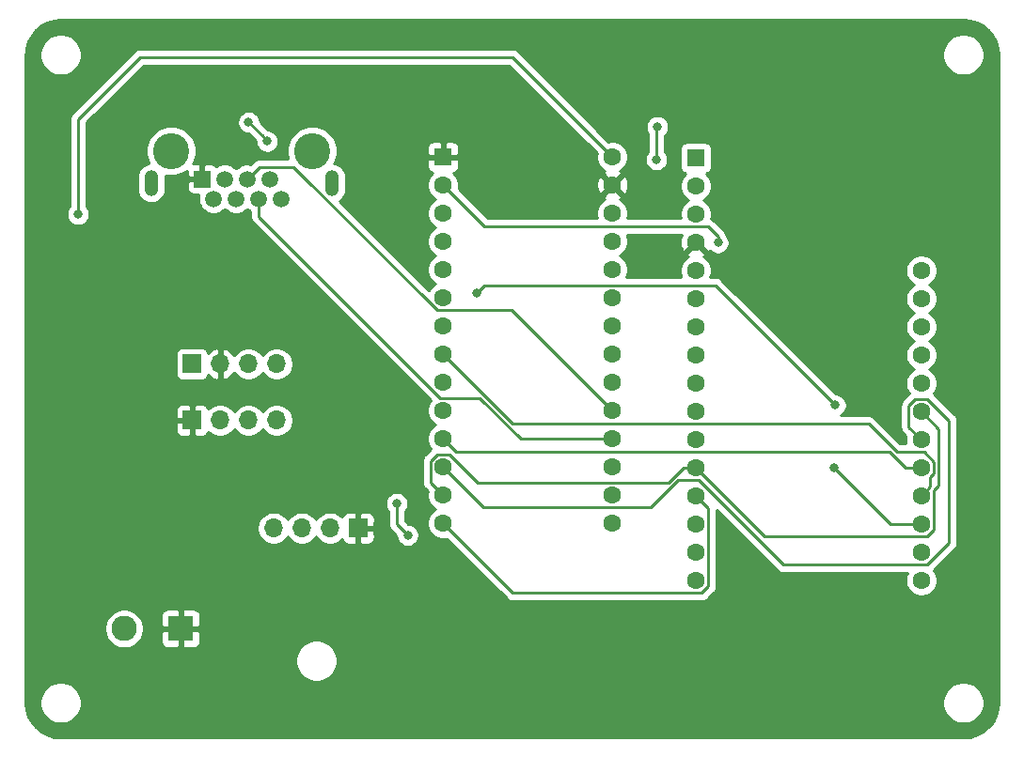
<source format=gbr>
G04 #@! TF.GenerationSoftware,KiCad,Pcbnew,(5.1.5)-3*
G04 #@! TF.CreationDate,2021-07-18T20:49:21-05:00*
G04 #@! TF.ProjectId,ControlInputTestTeensy,436f6e74-726f-46c4-996e-707574546573,rev?*
G04 #@! TF.SameCoordinates,Original*
G04 #@! TF.FileFunction,Copper,L2,Bot*
G04 #@! TF.FilePolarity,Positive*
%FSLAX46Y46*%
G04 Gerber Fmt 4.6, Leading zero omitted, Abs format (unit mm)*
G04 Created by KiCad (PCBNEW (5.1.5)-3) date 2021-07-18 20:49:21*
%MOMM*%
%LPD*%
G04 APERTURE LIST*
%ADD10R,1.700000X1.700000*%
%ADD11O,1.700000X1.700000*%
%ADD12C,3.250000*%
%ADD13C,1.500000*%
%ADD14R,1.500000X1.500000*%
%ADD15O,1.259000X2.362000*%
%ADD16R,2.286000X2.286000*%
%ADD17C,2.286000*%
%ADD18C,1.600000*%
%ADD19R,1.600000X1.600000*%
%ADD20C,0.800000*%
%ADD21C,0.250000*%
%ADD22C,0.254000*%
G04 APERTURE END LIST*
D10*
X136000000Y-135400000D03*
D11*
X133460000Y-135400000D03*
X130920000Y-135400000D03*
X128380000Y-135400000D03*
D12*
X131848320Y-101389180D03*
X119148320Y-101389180D03*
D13*
X129059020Y-105709180D03*
X128039020Y-103929180D03*
X127029020Y-105709180D03*
X126009020Y-103929180D03*
X124999020Y-105709180D03*
X123979020Y-103929180D03*
X122969020Y-105709180D03*
D14*
X121949020Y-103929180D03*
D15*
X133628320Y-104291130D03*
X117368320Y-104291130D03*
D11*
X128650240Y-125678980D03*
X126110240Y-125678980D03*
X123570240Y-125678980D03*
D10*
X121030240Y-125678980D03*
D16*
X120010000Y-144460000D03*
D17*
X114930000Y-144460000D03*
D10*
X121030240Y-120598980D03*
D11*
X123570240Y-120598980D03*
X126110240Y-120598980D03*
X128650240Y-120598980D03*
D18*
X166397940Y-135028940D03*
X166397940Y-132488940D03*
X166397940Y-129948940D03*
X166397940Y-127408940D03*
X166397940Y-124868940D03*
X166397940Y-122328940D03*
X166397940Y-119788940D03*
X166397940Y-117248940D03*
X166397940Y-114708940D03*
X166397940Y-112168940D03*
X166397940Y-109628940D03*
X166397940Y-107088940D03*
X166397940Y-104548940D03*
D19*
X166397940Y-102008940D03*
D18*
X186697940Y-140108940D03*
X186697940Y-137568940D03*
X186697940Y-135028940D03*
X186697940Y-132488940D03*
X186697940Y-129948940D03*
X186697940Y-127408940D03*
X186697940Y-124868940D03*
X186697940Y-122328940D03*
X186697940Y-119788940D03*
X186697940Y-117248940D03*
X186697940Y-114708940D03*
X186697940Y-112168940D03*
X166397940Y-137568940D03*
X166397940Y-140108940D03*
X143637000Y-134957820D03*
X143637000Y-132417820D03*
X143637000Y-129877820D03*
X143637000Y-127337820D03*
X143637000Y-124797820D03*
X143637000Y-122257820D03*
X143637000Y-119717820D03*
X143637000Y-117177820D03*
X143637000Y-114637820D03*
X143637000Y-112097820D03*
X143637000Y-109557820D03*
X143637000Y-107017820D03*
X143637000Y-104477820D03*
D19*
X143637000Y-101937820D03*
D18*
X158877000Y-134957820D03*
X158877000Y-132417820D03*
X158877000Y-129877820D03*
X158877000Y-127337820D03*
X158877000Y-124797820D03*
X158877000Y-122257820D03*
X158877000Y-119717820D03*
X158877000Y-117177820D03*
X158877000Y-114637820D03*
X158877000Y-112097820D03*
X158877000Y-109557820D03*
X158877000Y-107017820D03*
X158877000Y-104477820D03*
X158877000Y-101937820D03*
D20*
X110769400Y-107099100D03*
X162943540Y-99202240D03*
X162854640Y-102184200D03*
X127812800Y-100528120D03*
X126133860Y-98813620D03*
X140462000Y-136032240D03*
X139463780Y-133184900D03*
X178879500Y-129951480D03*
X178965860Y-124317760D03*
X146664680Y-114223800D03*
X168391840Y-109672120D03*
D21*
X149862540Y-92923360D02*
X158877000Y-101937820D01*
X110769400Y-107099100D02*
X110769400Y-98516440D01*
X116362480Y-92923360D02*
X149862540Y-92923360D01*
X110769400Y-98516440D02*
X116362480Y-92923360D01*
X162854640Y-99291140D02*
X162943540Y-99202240D01*
X162854640Y-102184200D02*
X162854640Y-99291140D01*
X127412801Y-100128121D02*
X127412801Y-100092561D01*
X127812800Y-100528120D02*
X127412801Y-100128121D01*
X127412801Y-100092561D02*
X126133860Y-98813620D01*
X140462000Y-136032240D02*
X139463780Y-135034020D01*
X139463780Y-135034020D02*
X139463780Y-133184900D01*
X149842001Y-115762821D02*
X158077001Y-123997821D01*
X158077001Y-123997821D02*
X158877000Y-124797820D01*
X143096999Y-115762821D02*
X149842001Y-115762821D01*
X130188357Y-102854179D02*
X143096999Y-115762821D01*
X127084021Y-102854179D02*
X130188357Y-102854179D01*
X126009020Y-103929180D02*
X127084021Y-102854179D01*
X143386997Y-123672819D02*
X146955589Y-123672819D01*
X127029020Y-107314842D02*
X143386997Y-123672819D01*
X146955589Y-123672819D02*
X150620590Y-127337820D01*
X157745630Y-127337820D02*
X158877000Y-127337820D01*
X150620590Y-127337820D02*
X157745630Y-127337820D01*
X127029020Y-105709180D02*
X127029020Y-107314842D01*
X189194440Y-136737442D02*
X187237941Y-138693941D01*
X186697940Y-127408940D02*
X185572939Y-126283939D01*
X174267943Y-138693941D02*
X166647943Y-131073941D01*
X147302001Y-133542821D02*
X144436999Y-130677819D01*
X185572939Y-124328939D02*
X186157939Y-123743939D01*
X164777979Y-131073941D02*
X162309099Y-133542821D01*
X162309099Y-133542821D02*
X147302001Y-133542821D01*
X144436999Y-130677819D02*
X143637000Y-129877820D01*
X189194440Y-125700438D02*
X189194440Y-136737442D01*
X187237941Y-138693941D02*
X174267943Y-138693941D01*
X187237941Y-123743939D02*
X189194440Y-125700438D01*
X186157939Y-123743939D02*
X187237941Y-123743939D01*
X166647943Y-131073941D02*
X164777979Y-131073941D01*
X185572939Y-126283939D02*
X185572939Y-124328939D01*
X187822941Y-132000350D02*
X187822941Y-135568941D01*
X187237941Y-136153941D02*
X172602941Y-136153941D01*
X188272952Y-131550339D02*
X187822941Y-132000350D01*
X167197939Y-130748939D02*
X166397940Y-129948940D01*
X186697940Y-124868940D02*
X188272952Y-126443952D01*
X172602941Y-136153941D02*
X167197939Y-130748939D01*
X188272952Y-126443952D02*
X188272952Y-131550339D01*
X187822941Y-135568941D02*
X187237941Y-136153941D01*
X142837001Y-131617821D02*
X143637000Y-132417820D01*
X142511999Y-131292819D02*
X142837001Y-131617821D01*
X142511999Y-129337819D02*
X142511999Y-131292819D01*
X144177001Y-128752819D02*
X143096999Y-128752819D01*
X146717001Y-131292819D02*
X144177001Y-128752819D01*
X163922691Y-131292819D02*
X146717001Y-131292819D01*
X143096999Y-128752819D02*
X142511999Y-129337819D01*
X165266570Y-129948940D02*
X163922691Y-131292819D01*
X166397940Y-129948940D02*
X165266570Y-129948940D01*
X183846111Y-128533941D02*
X144833121Y-128533941D01*
X186697940Y-129948940D02*
X185261110Y-129948940D01*
X144436999Y-128137819D02*
X143637000Y-127337820D01*
X144833121Y-128533941D02*
X144436999Y-128137819D01*
X185261110Y-129948940D02*
X183846111Y-128533941D01*
X144436999Y-135757819D02*
X143637000Y-134957820D01*
X166937941Y-141233941D02*
X149913121Y-141233941D01*
X149913121Y-141233941D02*
X144436999Y-135757819D01*
X167522941Y-140648941D02*
X166937941Y-141233941D01*
X167522941Y-133613941D02*
X167522941Y-140648941D01*
X166397940Y-132488940D02*
X167522941Y-133613941D01*
X186697940Y-135028940D02*
X183956960Y-135028940D01*
X183956960Y-135028940D02*
X178879500Y-129951480D01*
X147375661Y-113512819D02*
X146664680Y-114223800D01*
X178965860Y-124317760D02*
X168160919Y-113512819D01*
X168160919Y-113512819D02*
X147375661Y-113512819D01*
X187822941Y-130488941D02*
X187822941Y-129408939D01*
X187822941Y-129408939D02*
X186947943Y-128533941D01*
X187497939Y-130813943D02*
X187822941Y-130488941D01*
X187497939Y-131688941D02*
X187497939Y-130813943D01*
X186947943Y-128533941D02*
X184482521Y-128533941D01*
X186697940Y-132488940D02*
X187497939Y-131688941D01*
X144436999Y-120517819D02*
X143637000Y-119717820D01*
X181942521Y-125993941D02*
X149913121Y-125993941D01*
X184482521Y-128533941D02*
X181942521Y-125993941D01*
X149913121Y-125993941D02*
X144436999Y-120517819D01*
X144436999Y-105277819D02*
X143637000Y-104477820D01*
X147373121Y-108213941D02*
X144436999Y-105277819D01*
X167499346Y-108213941D02*
X147373121Y-108213941D01*
X168391840Y-109106435D02*
X167499346Y-108213941D01*
X168391840Y-109672120D02*
X168391840Y-109106435D01*
D22*
G36*
X191111222Y-89623096D02*
G01*
X191699164Y-89800606D01*
X192241436Y-90088937D01*
X192717364Y-90477094D01*
X193108845Y-90950314D01*
X193400951Y-91490552D01*
X193582563Y-92077244D01*
X193650001Y-92718888D01*
X193650000Y-151097721D01*
X193586904Y-151741221D01*
X193409394Y-152329164D01*
X193121063Y-152871436D01*
X192732906Y-153347364D01*
X192259686Y-153738845D01*
X191719449Y-154030950D01*
X191132756Y-154212563D01*
X190491130Y-154280000D01*
X109252279Y-154280000D01*
X108608779Y-154216904D01*
X108020836Y-154039394D01*
X107478564Y-153751063D01*
X107002636Y-153362906D01*
X106611155Y-152889686D01*
X106319050Y-152349449D01*
X106137437Y-151762756D01*
X106070000Y-151121130D01*
X106070000Y-150944344D01*
X107335000Y-150944344D01*
X107335000Y-151315656D01*
X107407439Y-151679834D01*
X107549534Y-152022882D01*
X107755825Y-152331618D01*
X108018382Y-152594175D01*
X108327118Y-152800466D01*
X108670166Y-152942561D01*
X109034344Y-153015000D01*
X109405656Y-153015000D01*
X109769834Y-152942561D01*
X110112882Y-152800466D01*
X110421618Y-152594175D01*
X110684175Y-152331618D01*
X110890466Y-152022882D01*
X111032561Y-151679834D01*
X111105000Y-151315656D01*
X111105000Y-150944344D01*
X188615000Y-150944344D01*
X188615000Y-151315656D01*
X188687439Y-151679834D01*
X188829534Y-152022882D01*
X189035825Y-152331618D01*
X189298382Y-152594175D01*
X189607118Y-152800466D01*
X189950166Y-152942561D01*
X190314344Y-153015000D01*
X190685656Y-153015000D01*
X191049834Y-152942561D01*
X191392882Y-152800466D01*
X191701618Y-152594175D01*
X191964175Y-152331618D01*
X192170466Y-152022882D01*
X192312561Y-151679834D01*
X192385000Y-151315656D01*
X192385000Y-150944344D01*
X192312561Y-150580166D01*
X192170466Y-150237118D01*
X191964175Y-149928382D01*
X191701618Y-149665825D01*
X191392882Y-149459534D01*
X191049834Y-149317439D01*
X190685656Y-149245000D01*
X190314344Y-149245000D01*
X189950166Y-149317439D01*
X189607118Y-149459534D01*
X189298382Y-149665825D01*
X189035825Y-149928382D01*
X188829534Y-150237118D01*
X188687439Y-150580166D01*
X188615000Y-150944344D01*
X111105000Y-150944344D01*
X111032561Y-150580166D01*
X110890466Y-150237118D01*
X110684175Y-149928382D01*
X110421618Y-149665825D01*
X110112882Y-149459534D01*
X109769834Y-149317439D01*
X109405656Y-149245000D01*
X109034344Y-149245000D01*
X108670166Y-149317439D01*
X108327118Y-149459534D01*
X108018382Y-149665825D01*
X107755825Y-149928382D01*
X107549534Y-150237118D01*
X107407439Y-150580166D01*
X107335000Y-150944344D01*
X106070000Y-150944344D01*
X106070000Y-147173344D01*
X130343100Y-147173344D01*
X130343100Y-147544656D01*
X130415539Y-147908834D01*
X130557634Y-148251882D01*
X130763925Y-148560618D01*
X131026482Y-148823175D01*
X131335218Y-149029466D01*
X131678266Y-149171561D01*
X132042444Y-149244000D01*
X132413756Y-149244000D01*
X132777934Y-149171561D01*
X133120982Y-149029466D01*
X133429718Y-148823175D01*
X133692275Y-148560618D01*
X133898566Y-148251882D01*
X134040661Y-147908834D01*
X134113100Y-147544656D01*
X134113100Y-147173344D01*
X134040661Y-146809166D01*
X133898566Y-146466118D01*
X133692275Y-146157382D01*
X133429718Y-145894825D01*
X133120982Y-145688534D01*
X132777934Y-145546439D01*
X132413756Y-145474000D01*
X132042444Y-145474000D01*
X131678266Y-145546439D01*
X131335218Y-145688534D01*
X131026482Y-145894825D01*
X130763925Y-146157382D01*
X130557634Y-146466118D01*
X130415539Y-146809166D01*
X130343100Y-147173344D01*
X106070000Y-147173344D01*
X106070000Y-144284882D01*
X113152000Y-144284882D01*
X113152000Y-144635118D01*
X113220328Y-144978623D01*
X113354357Y-145302199D01*
X113548937Y-145593409D01*
X113796591Y-145841063D01*
X114087801Y-146035643D01*
X114411377Y-146169672D01*
X114754882Y-146238000D01*
X115105118Y-146238000D01*
X115448623Y-146169672D01*
X115772199Y-146035643D01*
X116063409Y-145841063D01*
X116301472Y-145603000D01*
X118228928Y-145603000D01*
X118241188Y-145727482D01*
X118277498Y-145847180D01*
X118336463Y-145957494D01*
X118415815Y-146054185D01*
X118512506Y-146133537D01*
X118622820Y-146192502D01*
X118742518Y-146228812D01*
X118867000Y-146241072D01*
X119724250Y-146238000D01*
X119883000Y-146079250D01*
X119883000Y-144587000D01*
X120137000Y-144587000D01*
X120137000Y-146079250D01*
X120295750Y-146238000D01*
X121153000Y-146241072D01*
X121277482Y-146228812D01*
X121397180Y-146192502D01*
X121507494Y-146133537D01*
X121604185Y-146054185D01*
X121683537Y-145957494D01*
X121742502Y-145847180D01*
X121778812Y-145727482D01*
X121791072Y-145603000D01*
X121788000Y-144745750D01*
X121629250Y-144587000D01*
X120137000Y-144587000D01*
X119883000Y-144587000D01*
X118390750Y-144587000D01*
X118232000Y-144745750D01*
X118228928Y-145603000D01*
X116301472Y-145603000D01*
X116311063Y-145593409D01*
X116505643Y-145302199D01*
X116639672Y-144978623D01*
X116708000Y-144635118D01*
X116708000Y-144284882D01*
X116639672Y-143941377D01*
X116505643Y-143617801D01*
X116311063Y-143326591D01*
X116301472Y-143317000D01*
X118228928Y-143317000D01*
X118232000Y-144174250D01*
X118390750Y-144333000D01*
X119883000Y-144333000D01*
X119883000Y-142840750D01*
X120137000Y-142840750D01*
X120137000Y-144333000D01*
X121629250Y-144333000D01*
X121788000Y-144174250D01*
X121791072Y-143317000D01*
X121778812Y-143192518D01*
X121742502Y-143072820D01*
X121683537Y-142962506D01*
X121604185Y-142865815D01*
X121507494Y-142786463D01*
X121397180Y-142727498D01*
X121277482Y-142691188D01*
X121153000Y-142678928D01*
X120295750Y-142682000D01*
X120137000Y-142840750D01*
X119883000Y-142840750D01*
X119724250Y-142682000D01*
X118867000Y-142678928D01*
X118742518Y-142691188D01*
X118622820Y-142727498D01*
X118512506Y-142786463D01*
X118415815Y-142865815D01*
X118336463Y-142962506D01*
X118277498Y-143072820D01*
X118241188Y-143192518D01*
X118228928Y-143317000D01*
X116301472Y-143317000D01*
X116063409Y-143078937D01*
X115772199Y-142884357D01*
X115448623Y-142750328D01*
X115105118Y-142682000D01*
X114754882Y-142682000D01*
X114411377Y-142750328D01*
X114087801Y-142884357D01*
X113796591Y-143078937D01*
X113548937Y-143326591D01*
X113354357Y-143617801D01*
X113220328Y-143941377D01*
X113152000Y-144284882D01*
X106070000Y-144284882D01*
X106070000Y-135253740D01*
X126895000Y-135253740D01*
X126895000Y-135546260D01*
X126952068Y-135833158D01*
X127064010Y-136103411D01*
X127226525Y-136346632D01*
X127433368Y-136553475D01*
X127676589Y-136715990D01*
X127946842Y-136827932D01*
X128233740Y-136885000D01*
X128526260Y-136885000D01*
X128813158Y-136827932D01*
X129083411Y-136715990D01*
X129326632Y-136553475D01*
X129533475Y-136346632D01*
X129650000Y-136172240D01*
X129766525Y-136346632D01*
X129973368Y-136553475D01*
X130216589Y-136715990D01*
X130486842Y-136827932D01*
X130773740Y-136885000D01*
X131066260Y-136885000D01*
X131353158Y-136827932D01*
X131623411Y-136715990D01*
X131866632Y-136553475D01*
X132073475Y-136346632D01*
X132190000Y-136172240D01*
X132306525Y-136346632D01*
X132513368Y-136553475D01*
X132756589Y-136715990D01*
X133026842Y-136827932D01*
X133313740Y-136885000D01*
X133606260Y-136885000D01*
X133893158Y-136827932D01*
X134163411Y-136715990D01*
X134406632Y-136553475D01*
X134538487Y-136421620D01*
X134560498Y-136494180D01*
X134619463Y-136604494D01*
X134698815Y-136701185D01*
X134795506Y-136780537D01*
X134905820Y-136839502D01*
X135025518Y-136875812D01*
X135150000Y-136888072D01*
X135714250Y-136885000D01*
X135873000Y-136726250D01*
X135873000Y-135527000D01*
X136127000Y-135527000D01*
X136127000Y-136726250D01*
X136285750Y-136885000D01*
X136850000Y-136888072D01*
X136974482Y-136875812D01*
X137094180Y-136839502D01*
X137204494Y-136780537D01*
X137301185Y-136701185D01*
X137380537Y-136604494D01*
X137439502Y-136494180D01*
X137475812Y-136374482D01*
X137488072Y-136250000D01*
X137485000Y-135685750D01*
X137326250Y-135527000D01*
X136127000Y-135527000D01*
X135873000Y-135527000D01*
X135853000Y-135527000D01*
X135853000Y-135273000D01*
X135873000Y-135273000D01*
X135873000Y-134073750D01*
X136127000Y-134073750D01*
X136127000Y-135273000D01*
X137326250Y-135273000D01*
X137485000Y-135114250D01*
X137488072Y-134550000D01*
X137475812Y-134425518D01*
X137439502Y-134305820D01*
X137380537Y-134195506D01*
X137301185Y-134098815D01*
X137204494Y-134019463D01*
X137094180Y-133960498D01*
X136974482Y-133924188D01*
X136850000Y-133911928D01*
X136285750Y-133915000D01*
X136127000Y-134073750D01*
X135873000Y-134073750D01*
X135714250Y-133915000D01*
X135150000Y-133911928D01*
X135025518Y-133924188D01*
X134905820Y-133960498D01*
X134795506Y-134019463D01*
X134698815Y-134098815D01*
X134619463Y-134195506D01*
X134560498Y-134305820D01*
X134538487Y-134378380D01*
X134406632Y-134246525D01*
X134163411Y-134084010D01*
X133893158Y-133972068D01*
X133606260Y-133915000D01*
X133313740Y-133915000D01*
X133026842Y-133972068D01*
X132756589Y-134084010D01*
X132513368Y-134246525D01*
X132306525Y-134453368D01*
X132190000Y-134627760D01*
X132073475Y-134453368D01*
X131866632Y-134246525D01*
X131623411Y-134084010D01*
X131353158Y-133972068D01*
X131066260Y-133915000D01*
X130773740Y-133915000D01*
X130486842Y-133972068D01*
X130216589Y-134084010D01*
X129973368Y-134246525D01*
X129766525Y-134453368D01*
X129650000Y-134627760D01*
X129533475Y-134453368D01*
X129326632Y-134246525D01*
X129083411Y-134084010D01*
X128813158Y-133972068D01*
X128526260Y-133915000D01*
X128233740Y-133915000D01*
X127946842Y-133972068D01*
X127676589Y-134084010D01*
X127433368Y-134246525D01*
X127226525Y-134453368D01*
X127064010Y-134696589D01*
X126952068Y-134966842D01*
X126895000Y-135253740D01*
X106070000Y-135253740D01*
X106070000Y-133082961D01*
X138428780Y-133082961D01*
X138428780Y-133286839D01*
X138468554Y-133486798D01*
X138546575Y-133675156D01*
X138659843Y-133844674D01*
X138703781Y-133888612D01*
X138703780Y-134996697D01*
X138700104Y-135034020D01*
X138703780Y-135071342D01*
X138703780Y-135071352D01*
X138714777Y-135183005D01*
X138743197Y-135276695D01*
X138758234Y-135326266D01*
X138828806Y-135458296D01*
X138837445Y-135468822D01*
X138923779Y-135574021D01*
X138952782Y-135597824D01*
X139427000Y-136072042D01*
X139427000Y-136134179D01*
X139466774Y-136334138D01*
X139544795Y-136522496D01*
X139658063Y-136692014D01*
X139802226Y-136836177D01*
X139971744Y-136949445D01*
X140160102Y-137027466D01*
X140360061Y-137067240D01*
X140563939Y-137067240D01*
X140763898Y-137027466D01*
X140952256Y-136949445D01*
X141121774Y-136836177D01*
X141265937Y-136692014D01*
X141379205Y-136522496D01*
X141457226Y-136334138D01*
X141497000Y-136134179D01*
X141497000Y-135930301D01*
X141457226Y-135730342D01*
X141379205Y-135541984D01*
X141265937Y-135372466D01*
X141121774Y-135228303D01*
X140952256Y-135115035D01*
X140763898Y-135037014D01*
X140563939Y-134997240D01*
X140501802Y-134997240D01*
X140223780Y-134719219D01*
X140223780Y-133888611D01*
X140267717Y-133844674D01*
X140380985Y-133675156D01*
X140459006Y-133486798D01*
X140498780Y-133286839D01*
X140498780Y-133082961D01*
X140459006Y-132883002D01*
X140380985Y-132694644D01*
X140267717Y-132525126D01*
X140123554Y-132380963D01*
X139954036Y-132267695D01*
X139765678Y-132189674D01*
X139565719Y-132149900D01*
X139361841Y-132149900D01*
X139161882Y-132189674D01*
X138973524Y-132267695D01*
X138804006Y-132380963D01*
X138659843Y-132525126D01*
X138546575Y-132694644D01*
X138468554Y-132883002D01*
X138428780Y-133082961D01*
X106070000Y-133082961D01*
X106070000Y-126528980D01*
X119542168Y-126528980D01*
X119554428Y-126653462D01*
X119590738Y-126773160D01*
X119649703Y-126883474D01*
X119729055Y-126980165D01*
X119825746Y-127059517D01*
X119936060Y-127118482D01*
X120055758Y-127154792D01*
X120180240Y-127167052D01*
X120744490Y-127163980D01*
X120903240Y-127005230D01*
X120903240Y-125805980D01*
X119703990Y-125805980D01*
X119545240Y-125964730D01*
X119542168Y-126528980D01*
X106070000Y-126528980D01*
X106070000Y-124828980D01*
X119542168Y-124828980D01*
X119545240Y-125393230D01*
X119703990Y-125551980D01*
X120903240Y-125551980D01*
X120903240Y-124352730D01*
X121157240Y-124352730D01*
X121157240Y-125551980D01*
X121177240Y-125551980D01*
X121177240Y-125805980D01*
X121157240Y-125805980D01*
X121157240Y-127005230D01*
X121315990Y-127163980D01*
X121880240Y-127167052D01*
X122004722Y-127154792D01*
X122124420Y-127118482D01*
X122234734Y-127059517D01*
X122331425Y-126980165D01*
X122410777Y-126883474D01*
X122469742Y-126773160D01*
X122491753Y-126700600D01*
X122623608Y-126832455D01*
X122866829Y-126994970D01*
X123137082Y-127106912D01*
X123423980Y-127163980D01*
X123716500Y-127163980D01*
X124003398Y-127106912D01*
X124273651Y-126994970D01*
X124516872Y-126832455D01*
X124723715Y-126625612D01*
X124840240Y-126451220D01*
X124956765Y-126625612D01*
X125163608Y-126832455D01*
X125406829Y-126994970D01*
X125677082Y-127106912D01*
X125963980Y-127163980D01*
X126256500Y-127163980D01*
X126543398Y-127106912D01*
X126813651Y-126994970D01*
X127056872Y-126832455D01*
X127263715Y-126625612D01*
X127380240Y-126451220D01*
X127496765Y-126625612D01*
X127703608Y-126832455D01*
X127946829Y-126994970D01*
X128217082Y-127106912D01*
X128503980Y-127163980D01*
X128796500Y-127163980D01*
X129083398Y-127106912D01*
X129353651Y-126994970D01*
X129596872Y-126832455D01*
X129803715Y-126625612D01*
X129966230Y-126382391D01*
X130078172Y-126112138D01*
X130135240Y-125825240D01*
X130135240Y-125532720D01*
X130078172Y-125245822D01*
X129966230Y-124975569D01*
X129803715Y-124732348D01*
X129596872Y-124525505D01*
X129353651Y-124362990D01*
X129083398Y-124251048D01*
X128796500Y-124193980D01*
X128503980Y-124193980D01*
X128217082Y-124251048D01*
X127946829Y-124362990D01*
X127703608Y-124525505D01*
X127496765Y-124732348D01*
X127380240Y-124906740D01*
X127263715Y-124732348D01*
X127056872Y-124525505D01*
X126813651Y-124362990D01*
X126543398Y-124251048D01*
X126256500Y-124193980D01*
X125963980Y-124193980D01*
X125677082Y-124251048D01*
X125406829Y-124362990D01*
X125163608Y-124525505D01*
X124956765Y-124732348D01*
X124840240Y-124906740D01*
X124723715Y-124732348D01*
X124516872Y-124525505D01*
X124273651Y-124362990D01*
X124003398Y-124251048D01*
X123716500Y-124193980D01*
X123423980Y-124193980D01*
X123137082Y-124251048D01*
X122866829Y-124362990D01*
X122623608Y-124525505D01*
X122491753Y-124657360D01*
X122469742Y-124584800D01*
X122410777Y-124474486D01*
X122331425Y-124377795D01*
X122234734Y-124298443D01*
X122124420Y-124239478D01*
X122004722Y-124203168D01*
X121880240Y-124190908D01*
X121315990Y-124193980D01*
X121157240Y-124352730D01*
X120903240Y-124352730D01*
X120744490Y-124193980D01*
X120180240Y-124190908D01*
X120055758Y-124203168D01*
X119936060Y-124239478D01*
X119825746Y-124298443D01*
X119729055Y-124377795D01*
X119649703Y-124474486D01*
X119590738Y-124584800D01*
X119554428Y-124704498D01*
X119542168Y-124828980D01*
X106070000Y-124828980D01*
X106070000Y-119748980D01*
X119542168Y-119748980D01*
X119542168Y-121448980D01*
X119554428Y-121573462D01*
X119590738Y-121693160D01*
X119649703Y-121803474D01*
X119729055Y-121900165D01*
X119825746Y-121979517D01*
X119936060Y-122038482D01*
X120055758Y-122074792D01*
X120180240Y-122087052D01*
X121880240Y-122087052D01*
X122004722Y-122074792D01*
X122124420Y-122038482D01*
X122234734Y-121979517D01*
X122331425Y-121900165D01*
X122410777Y-121803474D01*
X122469742Y-121693160D01*
X122494206Y-121612514D01*
X122569971Y-121696568D01*
X122803320Y-121870621D01*
X123066141Y-121995805D01*
X123213350Y-122040456D01*
X123443240Y-121919135D01*
X123443240Y-120725980D01*
X123423240Y-120725980D01*
X123423240Y-120471980D01*
X123443240Y-120471980D01*
X123443240Y-119278825D01*
X123697240Y-119278825D01*
X123697240Y-120471980D01*
X123717240Y-120471980D01*
X123717240Y-120725980D01*
X123697240Y-120725980D01*
X123697240Y-121919135D01*
X123927130Y-122040456D01*
X124074339Y-121995805D01*
X124337160Y-121870621D01*
X124570509Y-121696568D01*
X124765418Y-121480335D01*
X124835045Y-121363446D01*
X124956765Y-121545612D01*
X125163608Y-121752455D01*
X125406829Y-121914970D01*
X125677082Y-122026912D01*
X125963980Y-122083980D01*
X126256500Y-122083980D01*
X126543398Y-122026912D01*
X126813651Y-121914970D01*
X127056872Y-121752455D01*
X127263715Y-121545612D01*
X127380240Y-121371220D01*
X127496765Y-121545612D01*
X127703608Y-121752455D01*
X127946829Y-121914970D01*
X128217082Y-122026912D01*
X128503980Y-122083980D01*
X128796500Y-122083980D01*
X129083398Y-122026912D01*
X129353651Y-121914970D01*
X129596872Y-121752455D01*
X129803715Y-121545612D01*
X129966230Y-121302391D01*
X130078172Y-121032138D01*
X130135240Y-120745240D01*
X130135240Y-120452720D01*
X130078172Y-120165822D01*
X129966230Y-119895569D01*
X129803715Y-119652348D01*
X129596872Y-119445505D01*
X129353651Y-119282990D01*
X129083398Y-119171048D01*
X128796500Y-119113980D01*
X128503980Y-119113980D01*
X128217082Y-119171048D01*
X127946829Y-119282990D01*
X127703608Y-119445505D01*
X127496765Y-119652348D01*
X127380240Y-119826740D01*
X127263715Y-119652348D01*
X127056872Y-119445505D01*
X126813651Y-119282990D01*
X126543398Y-119171048D01*
X126256500Y-119113980D01*
X125963980Y-119113980D01*
X125677082Y-119171048D01*
X125406829Y-119282990D01*
X125163608Y-119445505D01*
X124956765Y-119652348D01*
X124835045Y-119834514D01*
X124765418Y-119717625D01*
X124570509Y-119501392D01*
X124337160Y-119327339D01*
X124074339Y-119202155D01*
X123927130Y-119157504D01*
X123697240Y-119278825D01*
X123443240Y-119278825D01*
X123213350Y-119157504D01*
X123066141Y-119202155D01*
X122803320Y-119327339D01*
X122569971Y-119501392D01*
X122494206Y-119585446D01*
X122469742Y-119504800D01*
X122410777Y-119394486D01*
X122331425Y-119297795D01*
X122234734Y-119218443D01*
X122124420Y-119159478D01*
X122004722Y-119123168D01*
X121880240Y-119110908D01*
X120180240Y-119110908D01*
X120055758Y-119123168D01*
X119936060Y-119159478D01*
X119825746Y-119218443D01*
X119729055Y-119297795D01*
X119649703Y-119394486D01*
X119590738Y-119504800D01*
X119554428Y-119624498D01*
X119542168Y-119748980D01*
X106070000Y-119748980D01*
X106070000Y-106997161D01*
X109734400Y-106997161D01*
X109734400Y-107201039D01*
X109774174Y-107400998D01*
X109852195Y-107589356D01*
X109965463Y-107758874D01*
X110109626Y-107903037D01*
X110279144Y-108016305D01*
X110467502Y-108094326D01*
X110667461Y-108134100D01*
X110871339Y-108134100D01*
X111071298Y-108094326D01*
X111259656Y-108016305D01*
X111429174Y-107903037D01*
X111573337Y-107758874D01*
X111686605Y-107589356D01*
X111764626Y-107400998D01*
X111804400Y-107201039D01*
X111804400Y-106997161D01*
X111764626Y-106797202D01*
X111686605Y-106608844D01*
X111573337Y-106439326D01*
X111529400Y-106395389D01*
X111529400Y-103677515D01*
X116103820Y-103677515D01*
X116103820Y-104904746D01*
X116122117Y-105090515D01*
X116194422Y-105328874D01*
X116311840Y-105548548D01*
X116469858Y-105741093D01*
X116662403Y-105899110D01*
X116882077Y-106016528D01*
X117120436Y-106088833D01*
X117368320Y-106113248D01*
X117616205Y-106088833D01*
X117854564Y-106016528D01*
X118074238Y-105899110D01*
X118266783Y-105741093D01*
X118424800Y-105548548D01*
X118542218Y-105328874D01*
X118614523Y-105090515D01*
X118632820Y-104904746D01*
X118632820Y-104679180D01*
X120560948Y-104679180D01*
X120573208Y-104803662D01*
X120609518Y-104923360D01*
X120668483Y-105033674D01*
X120747835Y-105130365D01*
X120844526Y-105209717D01*
X120954840Y-105268682D01*
X121074538Y-105304992D01*
X121199020Y-105317252D01*
X121635420Y-105314364D01*
X121584020Y-105572769D01*
X121584020Y-105845591D01*
X121637245Y-106113169D01*
X121741649Y-106365223D01*
X121893221Y-106592066D01*
X122086134Y-106784979D01*
X122312977Y-106936551D01*
X122565031Y-107040955D01*
X122832609Y-107094180D01*
X123105431Y-107094180D01*
X123373009Y-107040955D01*
X123625063Y-106936551D01*
X123851906Y-106784979D01*
X123984020Y-106652865D01*
X124116134Y-106784979D01*
X124342977Y-106936551D01*
X124595031Y-107040955D01*
X124862609Y-107094180D01*
X125135431Y-107094180D01*
X125403009Y-107040955D01*
X125655063Y-106936551D01*
X125881906Y-106784979D01*
X126014020Y-106652865D01*
X126146134Y-106784979D01*
X126269021Y-106867089D01*
X126269021Y-107277510D01*
X126265344Y-107314842D01*
X126280018Y-107463827D01*
X126323474Y-107607088D01*
X126394046Y-107739118D01*
X126447824Y-107804646D01*
X126489020Y-107854843D01*
X126518018Y-107878641D01*
X142522400Y-123883024D01*
X142522363Y-123883061D01*
X142365320Y-124118093D01*
X142257147Y-124379246D01*
X142202000Y-124656485D01*
X142202000Y-124939155D01*
X142257147Y-125216394D01*
X142365320Y-125477547D01*
X142522363Y-125712579D01*
X142722241Y-125912457D01*
X142954759Y-126067820D01*
X142722241Y-126223183D01*
X142522363Y-126423061D01*
X142365320Y-126658093D01*
X142257147Y-126919246D01*
X142202000Y-127196485D01*
X142202000Y-127479155D01*
X142257147Y-127756394D01*
X142365320Y-128017547D01*
X142522363Y-128252579D01*
X142522400Y-128252616D01*
X142001001Y-128774016D01*
X141971998Y-128797818D01*
X141942056Y-128834303D01*
X141877025Y-128913543D01*
X141812542Y-129034181D01*
X141806453Y-129045573D01*
X141762996Y-129188834D01*
X141751999Y-129300487D01*
X141751999Y-129300497D01*
X141748323Y-129337819D01*
X141751999Y-129375142D01*
X141752000Y-131255487D01*
X141748323Y-131292819D01*
X141752000Y-131330152D01*
X141762997Y-131441805D01*
X141766843Y-131454484D01*
X141806453Y-131585065D01*
X141877025Y-131717095D01*
X141931436Y-131783394D01*
X141971999Y-131832820D01*
X142000997Y-131856618D01*
X142238312Y-132093933D01*
X142202000Y-132276485D01*
X142202000Y-132559155D01*
X142257147Y-132836394D01*
X142365320Y-133097547D01*
X142522363Y-133332579D01*
X142722241Y-133532457D01*
X142954759Y-133687820D01*
X142722241Y-133843183D01*
X142522363Y-134043061D01*
X142365320Y-134278093D01*
X142257147Y-134539246D01*
X142202000Y-134816485D01*
X142202000Y-135099155D01*
X142257147Y-135376394D01*
X142365320Y-135637547D01*
X142522363Y-135872579D01*
X142722241Y-136072457D01*
X142957273Y-136229500D01*
X143218426Y-136337673D01*
X143495665Y-136392820D01*
X143778335Y-136392820D01*
X143960887Y-136356508D01*
X149349322Y-141744944D01*
X149373120Y-141773942D01*
X149402118Y-141797740D01*
X149488844Y-141868915D01*
X149620874Y-141939487D01*
X149764135Y-141982944D01*
X149875788Y-141993941D01*
X149875798Y-141993941D01*
X149913120Y-141997617D01*
X149950443Y-141993941D01*
X166900619Y-141993941D01*
X166937941Y-141997617D01*
X166975263Y-141993941D01*
X166975274Y-141993941D01*
X167086927Y-141982944D01*
X167230188Y-141939487D01*
X167362217Y-141868915D01*
X167477942Y-141773942D01*
X167501744Y-141744939D01*
X168033943Y-141212741D01*
X168062942Y-141188942D01*
X168089273Y-141156858D01*
X168157915Y-141073218D01*
X168228487Y-140941188D01*
X168271944Y-140797927D01*
X168282941Y-140686274D01*
X168282941Y-140686264D01*
X168286617Y-140648941D01*
X168282941Y-140611618D01*
X168282941Y-133783740D01*
X173704144Y-139204944D01*
X173727942Y-139233942D01*
X173843667Y-139328915D01*
X173975696Y-139399487D01*
X174118957Y-139442944D01*
X174230610Y-139453941D01*
X174230619Y-139453941D01*
X174267942Y-139457617D01*
X174305265Y-139453941D01*
X185416017Y-139453941D01*
X185318087Y-139690366D01*
X185262940Y-139967605D01*
X185262940Y-140250275D01*
X185318087Y-140527514D01*
X185426260Y-140788667D01*
X185583303Y-141023699D01*
X185783181Y-141223577D01*
X186018213Y-141380620D01*
X186279366Y-141488793D01*
X186556605Y-141543940D01*
X186839275Y-141543940D01*
X187116514Y-141488793D01*
X187377667Y-141380620D01*
X187612699Y-141223577D01*
X187812577Y-141023699D01*
X187969620Y-140788667D01*
X188077793Y-140527514D01*
X188132940Y-140250275D01*
X188132940Y-139967605D01*
X188077793Y-139690366D01*
X187969620Y-139429213D01*
X187812577Y-139194181D01*
X187812540Y-139194144D01*
X189705448Y-137301237D01*
X189734441Y-137277443D01*
X189758235Y-137248450D01*
X189758239Y-137248446D01*
X189829413Y-137161719D01*
X189829414Y-137161718D01*
X189899986Y-137029689D01*
X189943443Y-136886428D01*
X189954440Y-136774775D01*
X189954440Y-136774766D01*
X189958116Y-136737443D01*
X189954440Y-136700120D01*
X189954440Y-125737760D01*
X189958116Y-125700437D01*
X189954440Y-125663114D01*
X189954440Y-125663105D01*
X189943443Y-125551452D01*
X189899986Y-125408191D01*
X189829414Y-125276162D01*
X189794764Y-125233941D01*
X189758239Y-125189434D01*
X189758235Y-125189430D01*
X189734441Y-125160437D01*
X189705449Y-125136644D01*
X187812540Y-123243736D01*
X187812577Y-123243699D01*
X187969620Y-123008667D01*
X188077793Y-122747514D01*
X188132940Y-122470275D01*
X188132940Y-122187605D01*
X188077793Y-121910366D01*
X187969620Y-121649213D01*
X187812577Y-121414181D01*
X187612699Y-121214303D01*
X187380181Y-121058940D01*
X187612699Y-120903577D01*
X187812577Y-120703699D01*
X187969620Y-120468667D01*
X188077793Y-120207514D01*
X188132940Y-119930275D01*
X188132940Y-119647605D01*
X188077793Y-119370366D01*
X187969620Y-119109213D01*
X187812577Y-118874181D01*
X187612699Y-118674303D01*
X187380181Y-118518940D01*
X187612699Y-118363577D01*
X187812577Y-118163699D01*
X187969620Y-117928667D01*
X188077793Y-117667514D01*
X188132940Y-117390275D01*
X188132940Y-117107605D01*
X188077793Y-116830366D01*
X187969620Y-116569213D01*
X187812577Y-116334181D01*
X187612699Y-116134303D01*
X187380181Y-115978940D01*
X187612699Y-115823577D01*
X187812577Y-115623699D01*
X187969620Y-115388667D01*
X188077793Y-115127514D01*
X188132940Y-114850275D01*
X188132940Y-114567605D01*
X188077793Y-114290366D01*
X187969620Y-114029213D01*
X187812577Y-113794181D01*
X187612699Y-113594303D01*
X187380181Y-113438940D01*
X187612699Y-113283577D01*
X187812577Y-113083699D01*
X187969620Y-112848667D01*
X188077793Y-112587514D01*
X188132940Y-112310275D01*
X188132940Y-112027605D01*
X188077793Y-111750366D01*
X187969620Y-111489213D01*
X187812577Y-111254181D01*
X187612699Y-111054303D01*
X187377667Y-110897260D01*
X187116514Y-110789087D01*
X186839275Y-110733940D01*
X186556605Y-110733940D01*
X186279366Y-110789087D01*
X186018213Y-110897260D01*
X185783181Y-111054303D01*
X185583303Y-111254181D01*
X185426260Y-111489213D01*
X185318087Y-111750366D01*
X185262940Y-112027605D01*
X185262940Y-112310275D01*
X185318087Y-112587514D01*
X185426260Y-112848667D01*
X185583303Y-113083699D01*
X185783181Y-113283577D01*
X186015699Y-113438940D01*
X185783181Y-113594303D01*
X185583303Y-113794181D01*
X185426260Y-114029213D01*
X185318087Y-114290366D01*
X185262940Y-114567605D01*
X185262940Y-114850275D01*
X185318087Y-115127514D01*
X185426260Y-115388667D01*
X185583303Y-115623699D01*
X185783181Y-115823577D01*
X186015699Y-115978940D01*
X185783181Y-116134303D01*
X185583303Y-116334181D01*
X185426260Y-116569213D01*
X185318087Y-116830366D01*
X185262940Y-117107605D01*
X185262940Y-117390275D01*
X185318087Y-117667514D01*
X185426260Y-117928667D01*
X185583303Y-118163699D01*
X185783181Y-118363577D01*
X186015699Y-118518940D01*
X185783181Y-118674303D01*
X185583303Y-118874181D01*
X185426260Y-119109213D01*
X185318087Y-119370366D01*
X185262940Y-119647605D01*
X185262940Y-119930275D01*
X185318087Y-120207514D01*
X185426260Y-120468667D01*
X185583303Y-120703699D01*
X185783181Y-120903577D01*
X186015699Y-121058940D01*
X185783181Y-121214303D01*
X185583303Y-121414181D01*
X185426260Y-121649213D01*
X185318087Y-121910366D01*
X185262940Y-122187605D01*
X185262940Y-122470275D01*
X185318087Y-122747514D01*
X185426260Y-123008667D01*
X185583303Y-123243699D01*
X185583340Y-123243736D01*
X185061937Y-123765140D01*
X185032939Y-123788938D01*
X185009141Y-123817936D01*
X185009140Y-123817937D01*
X184937965Y-123904663D01*
X184867393Y-124036693D01*
X184849071Y-124097095D01*
X184823937Y-124179953D01*
X184820700Y-124212820D01*
X184809263Y-124328939D01*
X184812940Y-124366271D01*
X184812939Y-126246616D01*
X184809263Y-126283939D01*
X184812939Y-126321261D01*
X184812939Y-126321271D01*
X184823936Y-126432924D01*
X184853074Y-126528980D01*
X184867393Y-126576185D01*
X184937965Y-126708215D01*
X184966466Y-126742943D01*
X185032938Y-126823940D01*
X185061941Y-126847743D01*
X185299252Y-127085053D01*
X185262940Y-127267605D01*
X185262940Y-127550275D01*
X185307431Y-127773941D01*
X184797324Y-127773941D01*
X182506325Y-125482944D01*
X182482522Y-125453940D01*
X182366797Y-125358967D01*
X182234768Y-125288395D01*
X182091507Y-125244938D01*
X181979854Y-125233941D01*
X181979843Y-125233941D01*
X181942521Y-125230265D01*
X181905199Y-125233941D01*
X179457649Y-125233941D01*
X179625634Y-125121697D01*
X179769797Y-124977534D01*
X179883065Y-124808016D01*
X179961086Y-124619658D01*
X180000860Y-124419699D01*
X180000860Y-124215821D01*
X179961086Y-124015862D01*
X179883065Y-123827504D01*
X179769797Y-123657986D01*
X179625634Y-123513823D01*
X179456116Y-123400555D01*
X179267758Y-123322534D01*
X179067799Y-123282760D01*
X179005662Y-123282760D01*
X168724723Y-113001822D01*
X168700920Y-112972818D01*
X168585195Y-112877845D01*
X168453166Y-112807273D01*
X168309905Y-112763816D01*
X168198252Y-112752819D01*
X168198241Y-112752819D01*
X168160919Y-112749143D01*
X168123597Y-112752819D01*
X167709321Y-112752819D01*
X167777793Y-112587514D01*
X167832940Y-112310275D01*
X167832940Y-112027605D01*
X167777793Y-111750366D01*
X167669620Y-111489213D01*
X167512577Y-111254181D01*
X167312699Y-111054303D01*
X167078812Y-110898025D01*
X167139454Y-110865611D01*
X167211037Y-110621642D01*
X166397940Y-109808545D01*
X165584843Y-110621642D01*
X165656426Y-110865611D01*
X165720932Y-110896134D01*
X165718213Y-110897260D01*
X165483181Y-111054303D01*
X165283303Y-111254181D01*
X165126260Y-111489213D01*
X165018087Y-111750366D01*
X164962940Y-112027605D01*
X164962940Y-112310275D01*
X165018087Y-112587514D01*
X165086559Y-112752819D01*
X160158923Y-112752819D01*
X160256853Y-112516394D01*
X160312000Y-112239155D01*
X160312000Y-111956485D01*
X160256853Y-111679246D01*
X160148680Y-111418093D01*
X159991637Y-111183061D01*
X159791759Y-110983183D01*
X159559241Y-110827820D01*
X159791759Y-110672457D01*
X159991637Y-110472579D01*
X160148680Y-110237547D01*
X160256853Y-109976394D01*
X160312000Y-109699155D01*
X160312000Y-109416485D01*
X160256853Y-109139246D01*
X160188381Y-108973941D01*
X165120333Y-108973941D01*
X165040369Y-109142936D01*
X164971640Y-109417124D01*
X164957723Y-109699452D01*
X164999153Y-109979070D01*
X165094337Y-110245232D01*
X165161269Y-110370454D01*
X165405238Y-110442037D01*
X166218335Y-109628940D01*
X166204193Y-109614798D01*
X166383798Y-109435193D01*
X166397940Y-109449335D01*
X166412083Y-109435193D01*
X166591688Y-109614798D01*
X166577545Y-109628940D01*
X167390642Y-110442037D01*
X167628311Y-110372302D01*
X167732066Y-110476057D01*
X167901584Y-110589325D01*
X168089942Y-110667346D01*
X168289901Y-110707120D01*
X168493779Y-110707120D01*
X168693738Y-110667346D01*
X168882096Y-110589325D01*
X169051614Y-110476057D01*
X169195777Y-110331894D01*
X169309045Y-110162376D01*
X169387066Y-109974018D01*
X169426840Y-109774059D01*
X169426840Y-109570181D01*
X169387066Y-109370222D01*
X169309045Y-109181864D01*
X169195777Y-109012346D01*
X169140827Y-108957396D01*
X169097386Y-108814188D01*
X169077904Y-108777740D01*
X169026814Y-108682158D01*
X168955639Y-108595432D01*
X168931841Y-108566434D01*
X168902843Y-108542636D01*
X168063149Y-107702943D01*
X168039347Y-107673940D01*
X167923622Y-107578967D01*
X167791593Y-107508395D01*
X167778413Y-107504397D01*
X167832940Y-107230275D01*
X167832940Y-106947605D01*
X167777793Y-106670366D01*
X167669620Y-106409213D01*
X167512577Y-106174181D01*
X167312699Y-105974303D01*
X167080181Y-105818940D01*
X167312699Y-105663577D01*
X167512577Y-105463699D01*
X167669620Y-105228667D01*
X167777793Y-104967514D01*
X167832940Y-104690275D01*
X167832940Y-104407605D01*
X167777793Y-104130366D01*
X167669620Y-103869213D01*
X167512577Y-103634181D01*
X167313979Y-103435583D01*
X167322422Y-103434752D01*
X167442120Y-103398442D01*
X167552434Y-103339477D01*
X167649125Y-103260125D01*
X167728477Y-103163434D01*
X167787442Y-103053120D01*
X167823752Y-102933422D01*
X167836012Y-102808940D01*
X167836012Y-101208940D01*
X167823752Y-101084458D01*
X167787442Y-100964760D01*
X167728477Y-100854446D01*
X167649125Y-100757755D01*
X167552434Y-100678403D01*
X167442120Y-100619438D01*
X167322422Y-100583128D01*
X167197940Y-100570868D01*
X165597940Y-100570868D01*
X165473458Y-100583128D01*
X165353760Y-100619438D01*
X165243446Y-100678403D01*
X165146755Y-100757755D01*
X165067403Y-100854446D01*
X165008438Y-100964760D01*
X164972128Y-101084458D01*
X164959868Y-101208940D01*
X164959868Y-102808940D01*
X164972128Y-102933422D01*
X165008438Y-103053120D01*
X165067403Y-103163434D01*
X165146755Y-103260125D01*
X165243446Y-103339477D01*
X165353760Y-103398442D01*
X165473458Y-103434752D01*
X165481901Y-103435583D01*
X165283303Y-103634181D01*
X165126260Y-103869213D01*
X165018087Y-104130366D01*
X164962940Y-104407605D01*
X164962940Y-104690275D01*
X165018087Y-104967514D01*
X165126260Y-105228667D01*
X165283303Y-105463699D01*
X165483181Y-105663577D01*
X165715699Y-105818940D01*
X165483181Y-105974303D01*
X165283303Y-106174181D01*
X165126260Y-106409213D01*
X165018087Y-106670366D01*
X164962940Y-106947605D01*
X164962940Y-107230275D01*
X165007431Y-107453941D01*
X160249585Y-107453941D01*
X160256853Y-107436394D01*
X160312000Y-107159155D01*
X160312000Y-106876485D01*
X160256853Y-106599246D01*
X160148680Y-106338093D01*
X159991637Y-106103061D01*
X159791759Y-105903183D01*
X159557872Y-105746905D01*
X159618514Y-105714491D01*
X159690097Y-105470522D01*
X158877000Y-104657425D01*
X158063903Y-105470522D01*
X158135486Y-105714491D01*
X158199992Y-105745014D01*
X158197273Y-105746140D01*
X157962241Y-105903183D01*
X157762363Y-106103061D01*
X157605320Y-106338093D01*
X157497147Y-106599246D01*
X157442000Y-106876485D01*
X157442000Y-107159155D01*
X157497147Y-107436394D01*
X157504415Y-107453941D01*
X147687923Y-107453941D01*
X145035688Y-104801707D01*
X145072000Y-104619155D01*
X145072000Y-104548332D01*
X157436783Y-104548332D01*
X157478213Y-104827950D01*
X157573397Y-105094112D01*
X157640329Y-105219334D01*
X157884298Y-105290917D01*
X158697395Y-104477820D01*
X159056605Y-104477820D01*
X159869702Y-105290917D01*
X160113671Y-105219334D01*
X160234571Y-104963824D01*
X160303300Y-104689636D01*
X160317217Y-104407308D01*
X160275787Y-104127690D01*
X160180603Y-103861528D01*
X160113671Y-103736306D01*
X159869702Y-103664723D01*
X159056605Y-104477820D01*
X158697395Y-104477820D01*
X157884298Y-103664723D01*
X157640329Y-103736306D01*
X157519429Y-103991816D01*
X157450700Y-104266004D01*
X157436783Y-104548332D01*
X145072000Y-104548332D01*
X145072000Y-104336485D01*
X145016853Y-104059246D01*
X144908680Y-103798093D01*
X144751637Y-103563061D01*
X144553039Y-103364463D01*
X144561482Y-103363632D01*
X144681180Y-103327322D01*
X144791494Y-103268357D01*
X144888185Y-103189005D01*
X144967537Y-103092314D01*
X145026502Y-102982000D01*
X145062812Y-102862302D01*
X145075072Y-102737820D01*
X145072000Y-102223570D01*
X144913250Y-102064820D01*
X143764000Y-102064820D01*
X143764000Y-102084820D01*
X143510000Y-102084820D01*
X143510000Y-102064820D01*
X142360750Y-102064820D01*
X142202000Y-102223570D01*
X142198928Y-102737820D01*
X142211188Y-102862302D01*
X142247498Y-102982000D01*
X142306463Y-103092314D01*
X142385815Y-103189005D01*
X142482506Y-103268357D01*
X142592820Y-103327322D01*
X142712518Y-103363632D01*
X142720961Y-103364463D01*
X142522363Y-103563061D01*
X142365320Y-103798093D01*
X142257147Y-104059246D01*
X142202000Y-104336485D01*
X142202000Y-104619155D01*
X142257147Y-104896394D01*
X142365320Y-105157547D01*
X142522363Y-105392579D01*
X142722241Y-105592457D01*
X142954759Y-105747820D01*
X142722241Y-105903183D01*
X142522363Y-106103061D01*
X142365320Y-106338093D01*
X142257147Y-106599246D01*
X142202000Y-106876485D01*
X142202000Y-107159155D01*
X142257147Y-107436394D01*
X142365320Y-107697547D01*
X142522363Y-107932579D01*
X142722241Y-108132457D01*
X142954759Y-108287820D01*
X142722241Y-108443183D01*
X142522363Y-108643061D01*
X142365320Y-108878093D01*
X142257147Y-109139246D01*
X142202000Y-109416485D01*
X142202000Y-109699155D01*
X142257147Y-109976394D01*
X142365320Y-110237547D01*
X142522363Y-110472579D01*
X142722241Y-110672457D01*
X142954759Y-110827820D01*
X142722241Y-110983183D01*
X142522363Y-111183061D01*
X142365320Y-111418093D01*
X142257147Y-111679246D01*
X142202000Y-111956485D01*
X142202000Y-112239155D01*
X142257147Y-112516394D01*
X142365320Y-112777547D01*
X142522363Y-113012579D01*
X142722241Y-113212457D01*
X142954759Y-113367820D01*
X142722241Y-113523183D01*
X142522363Y-113723061D01*
X142366022Y-113957042D01*
X134317198Y-105908218D01*
X134334238Y-105899110D01*
X134526783Y-105741093D01*
X134684800Y-105548548D01*
X134802218Y-105328874D01*
X134874523Y-105090515D01*
X134892820Y-104904746D01*
X134892820Y-103677514D01*
X134874523Y-103491745D01*
X134802218Y-103253386D01*
X134684800Y-103033712D01*
X134526783Y-102841167D01*
X134334237Y-102683150D01*
X134114563Y-102565732D01*
X133876204Y-102493427D01*
X133831506Y-102489025D01*
X133851106Y-102459691D01*
X134021469Y-102048398D01*
X134108320Y-101611771D01*
X134108320Y-101166589D01*
X134102598Y-101137820D01*
X142198928Y-101137820D01*
X142202000Y-101652070D01*
X142360750Y-101810820D01*
X143510000Y-101810820D01*
X143510000Y-100661570D01*
X143764000Y-100661570D01*
X143764000Y-101810820D01*
X144913250Y-101810820D01*
X145072000Y-101652070D01*
X145075072Y-101137820D01*
X145062812Y-101013338D01*
X145026502Y-100893640D01*
X144967537Y-100783326D01*
X144888185Y-100686635D01*
X144791494Y-100607283D01*
X144681180Y-100548318D01*
X144561482Y-100512008D01*
X144437000Y-100499748D01*
X143922750Y-100502820D01*
X143764000Y-100661570D01*
X143510000Y-100661570D01*
X143351250Y-100502820D01*
X142837000Y-100499748D01*
X142712518Y-100512008D01*
X142592820Y-100548318D01*
X142482506Y-100607283D01*
X142385815Y-100686635D01*
X142306463Y-100783326D01*
X142247498Y-100893640D01*
X142211188Y-101013338D01*
X142198928Y-101137820D01*
X134102598Y-101137820D01*
X134021469Y-100729962D01*
X133851106Y-100318669D01*
X133603776Y-99948514D01*
X133288986Y-99633724D01*
X132918831Y-99386394D01*
X132507538Y-99216031D01*
X132070911Y-99129180D01*
X131625729Y-99129180D01*
X131189102Y-99216031D01*
X130777809Y-99386394D01*
X130407654Y-99633724D01*
X130092864Y-99948514D01*
X129845534Y-100318669D01*
X129675171Y-100729962D01*
X129588320Y-101166589D01*
X129588320Y-101611771D01*
X129675171Y-102048398D01*
X129694134Y-102094179D01*
X127121343Y-102094179D01*
X127084021Y-102090503D01*
X127046698Y-102094179D01*
X127046688Y-102094179D01*
X126935035Y-102105176D01*
X126791774Y-102148633D01*
X126659744Y-102219205D01*
X126578186Y-102286139D01*
X126544020Y-102314178D01*
X126520222Y-102343176D01*
X126290385Y-102573013D01*
X126145431Y-102544180D01*
X125872609Y-102544180D01*
X125605031Y-102597405D01*
X125352977Y-102701809D01*
X125126134Y-102853381D01*
X124994020Y-102985495D01*
X124861906Y-102853381D01*
X124635063Y-102701809D01*
X124383009Y-102597405D01*
X124115431Y-102544180D01*
X123842609Y-102544180D01*
X123575031Y-102597405D01*
X123322977Y-102701809D01*
X123197514Y-102785641D01*
X123150205Y-102727995D01*
X123053514Y-102648643D01*
X122943200Y-102589678D01*
X122823502Y-102553368D01*
X122699020Y-102541108D01*
X122234770Y-102544180D01*
X122076020Y-102702930D01*
X122076020Y-103802180D01*
X122096020Y-103802180D01*
X122096020Y-104056180D01*
X122076020Y-104056180D01*
X122076020Y-104076180D01*
X121822020Y-104076180D01*
X121822020Y-104056180D01*
X120722770Y-104056180D01*
X120564020Y-104214930D01*
X120560948Y-104679180D01*
X118632820Y-104679180D01*
X118632820Y-103677514D01*
X118624120Y-103589186D01*
X118925729Y-103649180D01*
X119370911Y-103649180D01*
X119807538Y-103562329D01*
X120218831Y-103391966D01*
X120562615Y-103162257D01*
X120560948Y-103179180D01*
X120564020Y-103643430D01*
X120722770Y-103802180D01*
X121822020Y-103802180D01*
X121822020Y-102702930D01*
X121663270Y-102544180D01*
X121199020Y-102541108D01*
X121089497Y-102551895D01*
X121151106Y-102459691D01*
X121321469Y-102048398D01*
X121408320Y-101611771D01*
X121408320Y-101166589D01*
X121321469Y-100729962D01*
X121151106Y-100318669D01*
X120903776Y-99948514D01*
X120588986Y-99633724D01*
X120218831Y-99386394D01*
X119807538Y-99216031D01*
X119370911Y-99129180D01*
X118925729Y-99129180D01*
X118489102Y-99216031D01*
X118077809Y-99386394D01*
X117707654Y-99633724D01*
X117392864Y-99948514D01*
X117145534Y-100318669D01*
X116975171Y-100729962D01*
X116888320Y-101166589D01*
X116888320Y-101611771D01*
X116975171Y-102048398D01*
X117145534Y-102459691D01*
X117165134Y-102489024D01*
X117120435Y-102493427D01*
X116882076Y-102565732D01*
X116662402Y-102683150D01*
X116469857Y-102841167D01*
X116311840Y-103033713D01*
X116194422Y-103253387D01*
X116122117Y-103491746D01*
X116103820Y-103677515D01*
X111529400Y-103677515D01*
X111529400Y-98831241D01*
X111648960Y-98711681D01*
X125098860Y-98711681D01*
X125098860Y-98915559D01*
X125138634Y-99115518D01*
X125216655Y-99303876D01*
X125329923Y-99473394D01*
X125474086Y-99617557D01*
X125643604Y-99730825D01*
X125831962Y-99808846D01*
X126031921Y-99848620D01*
X126094059Y-99848620D01*
X126754852Y-100509414D01*
X126777800Y-100552346D01*
X126777800Y-100630059D01*
X126817574Y-100830018D01*
X126895595Y-101018376D01*
X127008863Y-101187894D01*
X127153026Y-101332057D01*
X127322544Y-101445325D01*
X127510902Y-101523346D01*
X127710861Y-101563120D01*
X127914739Y-101563120D01*
X128114698Y-101523346D01*
X128303056Y-101445325D01*
X128472574Y-101332057D01*
X128616737Y-101187894D01*
X128730005Y-101018376D01*
X128808026Y-100830018D01*
X128847800Y-100630059D01*
X128847800Y-100426181D01*
X128808026Y-100226222D01*
X128730005Y-100037864D01*
X128616737Y-99868346D01*
X128472574Y-99724183D01*
X128303056Y-99610915D01*
X128114698Y-99532894D01*
X127914739Y-99493120D01*
X127888162Y-99493120D01*
X127168860Y-98773819D01*
X127168860Y-98711681D01*
X127129086Y-98511722D01*
X127051065Y-98323364D01*
X126937797Y-98153846D01*
X126793634Y-98009683D01*
X126624116Y-97896415D01*
X126435758Y-97818394D01*
X126235799Y-97778620D01*
X126031921Y-97778620D01*
X125831962Y-97818394D01*
X125643604Y-97896415D01*
X125474086Y-98009683D01*
X125329923Y-98153846D01*
X125216655Y-98323364D01*
X125138634Y-98511722D01*
X125098860Y-98711681D01*
X111648960Y-98711681D01*
X116677282Y-93683360D01*
X149547739Y-93683360D01*
X157478312Y-101613934D01*
X157442000Y-101796485D01*
X157442000Y-102079155D01*
X157497147Y-102356394D01*
X157605320Y-102617547D01*
X157762363Y-102852579D01*
X157962241Y-103052457D01*
X158196128Y-103208735D01*
X158135486Y-103241149D01*
X158063903Y-103485118D01*
X158877000Y-104298215D01*
X159690097Y-103485118D01*
X159618514Y-103241149D01*
X159554008Y-103210626D01*
X159556727Y-103209500D01*
X159791759Y-103052457D01*
X159991637Y-102852579D01*
X160148680Y-102617547D01*
X160256853Y-102356394D01*
X160311382Y-102082261D01*
X161819640Y-102082261D01*
X161819640Y-102286139D01*
X161859414Y-102486098D01*
X161937435Y-102674456D01*
X162050703Y-102843974D01*
X162194866Y-102988137D01*
X162364384Y-103101405D01*
X162552742Y-103179426D01*
X162752701Y-103219200D01*
X162956579Y-103219200D01*
X163156538Y-103179426D01*
X163344896Y-103101405D01*
X163514414Y-102988137D01*
X163658577Y-102843974D01*
X163771845Y-102674456D01*
X163849866Y-102486098D01*
X163889640Y-102286139D01*
X163889640Y-102082261D01*
X163849866Y-101882302D01*
X163771845Y-101693944D01*
X163658577Y-101524426D01*
X163614640Y-101480489D01*
X163614640Y-99994851D01*
X163747477Y-99862014D01*
X163860745Y-99692496D01*
X163938766Y-99504138D01*
X163978540Y-99304179D01*
X163978540Y-99100301D01*
X163938766Y-98900342D01*
X163860745Y-98711984D01*
X163747477Y-98542466D01*
X163603314Y-98398303D01*
X163433796Y-98285035D01*
X163245438Y-98207014D01*
X163045479Y-98167240D01*
X162841601Y-98167240D01*
X162641642Y-98207014D01*
X162453284Y-98285035D01*
X162283766Y-98398303D01*
X162139603Y-98542466D01*
X162026335Y-98711984D01*
X161948314Y-98900342D01*
X161908540Y-99100301D01*
X161908540Y-99304179D01*
X161948314Y-99504138D01*
X162026335Y-99692496D01*
X162094641Y-99794723D01*
X162094640Y-101480489D01*
X162050703Y-101524426D01*
X161937435Y-101693944D01*
X161859414Y-101882302D01*
X161819640Y-102082261D01*
X160311382Y-102082261D01*
X160312000Y-102079155D01*
X160312000Y-101796485D01*
X160256853Y-101519246D01*
X160148680Y-101258093D01*
X159991637Y-101023061D01*
X159791759Y-100823183D01*
X159556727Y-100666140D01*
X159295574Y-100557967D01*
X159018335Y-100502820D01*
X158735665Y-100502820D01*
X158553114Y-100539132D01*
X150538326Y-92524344D01*
X188615000Y-92524344D01*
X188615000Y-92895656D01*
X188687439Y-93259834D01*
X188829534Y-93602882D01*
X189035825Y-93911618D01*
X189298382Y-94174175D01*
X189607118Y-94380466D01*
X189950166Y-94522561D01*
X190314344Y-94595000D01*
X190685656Y-94595000D01*
X191049834Y-94522561D01*
X191392882Y-94380466D01*
X191701618Y-94174175D01*
X191964175Y-93911618D01*
X192170466Y-93602882D01*
X192312561Y-93259834D01*
X192385000Y-92895656D01*
X192385000Y-92524344D01*
X192312561Y-92160166D01*
X192170466Y-91817118D01*
X191964175Y-91508382D01*
X191701618Y-91245825D01*
X191392882Y-91039534D01*
X191049834Y-90897439D01*
X190685656Y-90825000D01*
X190314344Y-90825000D01*
X189950166Y-90897439D01*
X189607118Y-91039534D01*
X189298382Y-91245825D01*
X189035825Y-91508382D01*
X188829534Y-91817118D01*
X188687439Y-92160166D01*
X188615000Y-92524344D01*
X150538326Y-92524344D01*
X150426344Y-92412363D01*
X150402541Y-92383359D01*
X150286816Y-92288386D01*
X150154787Y-92217814D01*
X150011526Y-92174357D01*
X149899873Y-92163360D01*
X149899862Y-92163360D01*
X149862540Y-92159684D01*
X149825218Y-92163360D01*
X116399813Y-92163360D01*
X116362480Y-92159683D01*
X116325147Y-92163360D01*
X116213494Y-92174357D01*
X116070233Y-92217814D01*
X115938204Y-92288386D01*
X115822479Y-92383359D01*
X115798681Y-92412357D01*
X110258398Y-97952641D01*
X110229400Y-97976439D01*
X110205602Y-98005437D01*
X110205601Y-98005438D01*
X110134426Y-98092164D01*
X110063854Y-98224194D01*
X110020398Y-98367455D01*
X110005724Y-98516440D01*
X110009401Y-98553772D01*
X110009400Y-106395389D01*
X109965463Y-106439326D01*
X109852195Y-106608844D01*
X109774174Y-106797202D01*
X109734400Y-106997161D01*
X106070000Y-106997161D01*
X106070000Y-92742279D01*
X106091368Y-92524344D01*
X107335000Y-92524344D01*
X107335000Y-92895656D01*
X107407439Y-93259834D01*
X107549534Y-93602882D01*
X107755825Y-93911618D01*
X108018382Y-94174175D01*
X108327118Y-94380466D01*
X108670166Y-94522561D01*
X109034344Y-94595000D01*
X109405656Y-94595000D01*
X109769834Y-94522561D01*
X110112882Y-94380466D01*
X110421618Y-94174175D01*
X110684175Y-93911618D01*
X110890466Y-93602882D01*
X111032561Y-93259834D01*
X111105000Y-92895656D01*
X111105000Y-92524344D01*
X111032561Y-92160166D01*
X110890466Y-91817118D01*
X110684175Y-91508382D01*
X110421618Y-91245825D01*
X110112882Y-91039534D01*
X109769834Y-90897439D01*
X109405656Y-90825000D01*
X109034344Y-90825000D01*
X108670166Y-90897439D01*
X108327118Y-91039534D01*
X108018382Y-91245825D01*
X107755825Y-91508382D01*
X107549534Y-91817118D01*
X107407439Y-92160166D01*
X107335000Y-92524344D01*
X106091368Y-92524344D01*
X106133096Y-92098778D01*
X106310606Y-91510836D01*
X106598937Y-90968564D01*
X106987094Y-90492636D01*
X107460314Y-90101155D01*
X108000552Y-89809049D01*
X108587244Y-89627437D01*
X109228879Y-89560000D01*
X190467721Y-89560000D01*
X191111222Y-89623096D01*
G37*
X191111222Y-89623096D02*
X191699164Y-89800606D01*
X192241436Y-90088937D01*
X192717364Y-90477094D01*
X193108845Y-90950314D01*
X193400951Y-91490552D01*
X193582563Y-92077244D01*
X193650001Y-92718888D01*
X193650000Y-151097721D01*
X193586904Y-151741221D01*
X193409394Y-152329164D01*
X193121063Y-152871436D01*
X192732906Y-153347364D01*
X192259686Y-153738845D01*
X191719449Y-154030950D01*
X191132756Y-154212563D01*
X190491130Y-154280000D01*
X109252279Y-154280000D01*
X108608779Y-154216904D01*
X108020836Y-154039394D01*
X107478564Y-153751063D01*
X107002636Y-153362906D01*
X106611155Y-152889686D01*
X106319050Y-152349449D01*
X106137437Y-151762756D01*
X106070000Y-151121130D01*
X106070000Y-150944344D01*
X107335000Y-150944344D01*
X107335000Y-151315656D01*
X107407439Y-151679834D01*
X107549534Y-152022882D01*
X107755825Y-152331618D01*
X108018382Y-152594175D01*
X108327118Y-152800466D01*
X108670166Y-152942561D01*
X109034344Y-153015000D01*
X109405656Y-153015000D01*
X109769834Y-152942561D01*
X110112882Y-152800466D01*
X110421618Y-152594175D01*
X110684175Y-152331618D01*
X110890466Y-152022882D01*
X111032561Y-151679834D01*
X111105000Y-151315656D01*
X111105000Y-150944344D01*
X188615000Y-150944344D01*
X188615000Y-151315656D01*
X188687439Y-151679834D01*
X188829534Y-152022882D01*
X189035825Y-152331618D01*
X189298382Y-152594175D01*
X189607118Y-152800466D01*
X189950166Y-152942561D01*
X190314344Y-153015000D01*
X190685656Y-153015000D01*
X191049834Y-152942561D01*
X191392882Y-152800466D01*
X191701618Y-152594175D01*
X191964175Y-152331618D01*
X192170466Y-152022882D01*
X192312561Y-151679834D01*
X192385000Y-151315656D01*
X192385000Y-150944344D01*
X192312561Y-150580166D01*
X192170466Y-150237118D01*
X191964175Y-149928382D01*
X191701618Y-149665825D01*
X191392882Y-149459534D01*
X191049834Y-149317439D01*
X190685656Y-149245000D01*
X190314344Y-149245000D01*
X189950166Y-149317439D01*
X189607118Y-149459534D01*
X189298382Y-149665825D01*
X189035825Y-149928382D01*
X188829534Y-150237118D01*
X188687439Y-150580166D01*
X188615000Y-150944344D01*
X111105000Y-150944344D01*
X111032561Y-150580166D01*
X110890466Y-150237118D01*
X110684175Y-149928382D01*
X110421618Y-149665825D01*
X110112882Y-149459534D01*
X109769834Y-149317439D01*
X109405656Y-149245000D01*
X109034344Y-149245000D01*
X108670166Y-149317439D01*
X108327118Y-149459534D01*
X108018382Y-149665825D01*
X107755825Y-149928382D01*
X107549534Y-150237118D01*
X107407439Y-150580166D01*
X107335000Y-150944344D01*
X106070000Y-150944344D01*
X106070000Y-147173344D01*
X130343100Y-147173344D01*
X130343100Y-147544656D01*
X130415539Y-147908834D01*
X130557634Y-148251882D01*
X130763925Y-148560618D01*
X131026482Y-148823175D01*
X131335218Y-149029466D01*
X131678266Y-149171561D01*
X132042444Y-149244000D01*
X132413756Y-149244000D01*
X132777934Y-149171561D01*
X133120982Y-149029466D01*
X133429718Y-148823175D01*
X133692275Y-148560618D01*
X133898566Y-148251882D01*
X134040661Y-147908834D01*
X134113100Y-147544656D01*
X134113100Y-147173344D01*
X134040661Y-146809166D01*
X133898566Y-146466118D01*
X133692275Y-146157382D01*
X133429718Y-145894825D01*
X133120982Y-145688534D01*
X132777934Y-145546439D01*
X132413756Y-145474000D01*
X132042444Y-145474000D01*
X131678266Y-145546439D01*
X131335218Y-145688534D01*
X131026482Y-145894825D01*
X130763925Y-146157382D01*
X130557634Y-146466118D01*
X130415539Y-146809166D01*
X130343100Y-147173344D01*
X106070000Y-147173344D01*
X106070000Y-144284882D01*
X113152000Y-144284882D01*
X113152000Y-144635118D01*
X113220328Y-144978623D01*
X113354357Y-145302199D01*
X113548937Y-145593409D01*
X113796591Y-145841063D01*
X114087801Y-146035643D01*
X114411377Y-146169672D01*
X114754882Y-146238000D01*
X115105118Y-146238000D01*
X115448623Y-146169672D01*
X115772199Y-146035643D01*
X116063409Y-145841063D01*
X116301472Y-145603000D01*
X118228928Y-145603000D01*
X118241188Y-145727482D01*
X118277498Y-145847180D01*
X118336463Y-145957494D01*
X118415815Y-146054185D01*
X118512506Y-146133537D01*
X118622820Y-146192502D01*
X118742518Y-146228812D01*
X118867000Y-146241072D01*
X119724250Y-146238000D01*
X119883000Y-146079250D01*
X119883000Y-144587000D01*
X120137000Y-144587000D01*
X120137000Y-146079250D01*
X120295750Y-146238000D01*
X121153000Y-146241072D01*
X121277482Y-146228812D01*
X121397180Y-146192502D01*
X121507494Y-146133537D01*
X121604185Y-146054185D01*
X121683537Y-145957494D01*
X121742502Y-145847180D01*
X121778812Y-145727482D01*
X121791072Y-145603000D01*
X121788000Y-144745750D01*
X121629250Y-144587000D01*
X120137000Y-144587000D01*
X119883000Y-144587000D01*
X118390750Y-144587000D01*
X118232000Y-144745750D01*
X118228928Y-145603000D01*
X116301472Y-145603000D01*
X116311063Y-145593409D01*
X116505643Y-145302199D01*
X116639672Y-144978623D01*
X116708000Y-144635118D01*
X116708000Y-144284882D01*
X116639672Y-143941377D01*
X116505643Y-143617801D01*
X116311063Y-143326591D01*
X116301472Y-143317000D01*
X118228928Y-143317000D01*
X118232000Y-144174250D01*
X118390750Y-144333000D01*
X119883000Y-144333000D01*
X119883000Y-142840750D01*
X120137000Y-142840750D01*
X120137000Y-144333000D01*
X121629250Y-144333000D01*
X121788000Y-144174250D01*
X121791072Y-143317000D01*
X121778812Y-143192518D01*
X121742502Y-143072820D01*
X121683537Y-142962506D01*
X121604185Y-142865815D01*
X121507494Y-142786463D01*
X121397180Y-142727498D01*
X121277482Y-142691188D01*
X121153000Y-142678928D01*
X120295750Y-142682000D01*
X120137000Y-142840750D01*
X119883000Y-142840750D01*
X119724250Y-142682000D01*
X118867000Y-142678928D01*
X118742518Y-142691188D01*
X118622820Y-142727498D01*
X118512506Y-142786463D01*
X118415815Y-142865815D01*
X118336463Y-142962506D01*
X118277498Y-143072820D01*
X118241188Y-143192518D01*
X118228928Y-143317000D01*
X116301472Y-143317000D01*
X116063409Y-143078937D01*
X115772199Y-142884357D01*
X115448623Y-142750328D01*
X115105118Y-142682000D01*
X114754882Y-142682000D01*
X114411377Y-142750328D01*
X114087801Y-142884357D01*
X113796591Y-143078937D01*
X113548937Y-143326591D01*
X113354357Y-143617801D01*
X113220328Y-143941377D01*
X113152000Y-144284882D01*
X106070000Y-144284882D01*
X106070000Y-135253740D01*
X126895000Y-135253740D01*
X126895000Y-135546260D01*
X126952068Y-135833158D01*
X127064010Y-136103411D01*
X127226525Y-136346632D01*
X127433368Y-136553475D01*
X127676589Y-136715990D01*
X127946842Y-136827932D01*
X128233740Y-136885000D01*
X128526260Y-136885000D01*
X128813158Y-136827932D01*
X129083411Y-136715990D01*
X129326632Y-136553475D01*
X129533475Y-136346632D01*
X129650000Y-136172240D01*
X129766525Y-136346632D01*
X129973368Y-136553475D01*
X130216589Y-136715990D01*
X130486842Y-136827932D01*
X130773740Y-136885000D01*
X131066260Y-136885000D01*
X131353158Y-136827932D01*
X131623411Y-136715990D01*
X131866632Y-136553475D01*
X132073475Y-136346632D01*
X132190000Y-136172240D01*
X132306525Y-136346632D01*
X132513368Y-136553475D01*
X132756589Y-136715990D01*
X133026842Y-136827932D01*
X133313740Y-136885000D01*
X133606260Y-136885000D01*
X133893158Y-136827932D01*
X134163411Y-136715990D01*
X134406632Y-136553475D01*
X134538487Y-136421620D01*
X134560498Y-136494180D01*
X134619463Y-136604494D01*
X134698815Y-136701185D01*
X134795506Y-136780537D01*
X134905820Y-136839502D01*
X135025518Y-136875812D01*
X135150000Y-136888072D01*
X135714250Y-136885000D01*
X135873000Y-136726250D01*
X135873000Y-135527000D01*
X136127000Y-135527000D01*
X136127000Y-136726250D01*
X136285750Y-136885000D01*
X136850000Y-136888072D01*
X136974482Y-136875812D01*
X137094180Y-136839502D01*
X137204494Y-136780537D01*
X137301185Y-136701185D01*
X137380537Y-136604494D01*
X137439502Y-136494180D01*
X137475812Y-136374482D01*
X137488072Y-136250000D01*
X137485000Y-135685750D01*
X137326250Y-135527000D01*
X136127000Y-135527000D01*
X135873000Y-135527000D01*
X135853000Y-135527000D01*
X135853000Y-135273000D01*
X135873000Y-135273000D01*
X135873000Y-134073750D01*
X136127000Y-134073750D01*
X136127000Y-135273000D01*
X137326250Y-135273000D01*
X137485000Y-135114250D01*
X137488072Y-134550000D01*
X137475812Y-134425518D01*
X137439502Y-134305820D01*
X137380537Y-134195506D01*
X137301185Y-134098815D01*
X137204494Y-134019463D01*
X137094180Y-133960498D01*
X136974482Y-133924188D01*
X136850000Y-133911928D01*
X136285750Y-133915000D01*
X136127000Y-134073750D01*
X135873000Y-134073750D01*
X135714250Y-133915000D01*
X135150000Y-133911928D01*
X135025518Y-133924188D01*
X134905820Y-133960498D01*
X134795506Y-134019463D01*
X134698815Y-134098815D01*
X134619463Y-134195506D01*
X134560498Y-134305820D01*
X134538487Y-134378380D01*
X134406632Y-134246525D01*
X134163411Y-134084010D01*
X133893158Y-133972068D01*
X133606260Y-133915000D01*
X133313740Y-133915000D01*
X133026842Y-133972068D01*
X132756589Y-134084010D01*
X132513368Y-134246525D01*
X132306525Y-134453368D01*
X132190000Y-134627760D01*
X132073475Y-134453368D01*
X131866632Y-134246525D01*
X131623411Y-134084010D01*
X131353158Y-133972068D01*
X131066260Y-133915000D01*
X130773740Y-133915000D01*
X130486842Y-133972068D01*
X130216589Y-134084010D01*
X129973368Y-134246525D01*
X129766525Y-134453368D01*
X129650000Y-134627760D01*
X129533475Y-134453368D01*
X129326632Y-134246525D01*
X129083411Y-134084010D01*
X128813158Y-133972068D01*
X128526260Y-133915000D01*
X128233740Y-133915000D01*
X127946842Y-133972068D01*
X127676589Y-134084010D01*
X127433368Y-134246525D01*
X127226525Y-134453368D01*
X127064010Y-134696589D01*
X126952068Y-134966842D01*
X126895000Y-135253740D01*
X106070000Y-135253740D01*
X106070000Y-133082961D01*
X138428780Y-133082961D01*
X138428780Y-133286839D01*
X138468554Y-133486798D01*
X138546575Y-133675156D01*
X138659843Y-133844674D01*
X138703781Y-133888612D01*
X138703780Y-134996697D01*
X138700104Y-135034020D01*
X138703780Y-135071342D01*
X138703780Y-135071352D01*
X138714777Y-135183005D01*
X138743197Y-135276695D01*
X138758234Y-135326266D01*
X138828806Y-135458296D01*
X138837445Y-135468822D01*
X138923779Y-135574021D01*
X138952782Y-135597824D01*
X139427000Y-136072042D01*
X139427000Y-136134179D01*
X139466774Y-136334138D01*
X139544795Y-136522496D01*
X139658063Y-136692014D01*
X139802226Y-136836177D01*
X139971744Y-136949445D01*
X140160102Y-137027466D01*
X140360061Y-137067240D01*
X140563939Y-137067240D01*
X140763898Y-137027466D01*
X140952256Y-136949445D01*
X141121774Y-136836177D01*
X141265937Y-136692014D01*
X141379205Y-136522496D01*
X141457226Y-136334138D01*
X141497000Y-136134179D01*
X141497000Y-135930301D01*
X141457226Y-135730342D01*
X141379205Y-135541984D01*
X141265937Y-135372466D01*
X141121774Y-135228303D01*
X140952256Y-135115035D01*
X140763898Y-135037014D01*
X140563939Y-134997240D01*
X140501802Y-134997240D01*
X140223780Y-134719219D01*
X140223780Y-133888611D01*
X140267717Y-133844674D01*
X140380985Y-133675156D01*
X140459006Y-133486798D01*
X140498780Y-133286839D01*
X140498780Y-133082961D01*
X140459006Y-132883002D01*
X140380985Y-132694644D01*
X140267717Y-132525126D01*
X140123554Y-132380963D01*
X139954036Y-132267695D01*
X139765678Y-132189674D01*
X139565719Y-132149900D01*
X139361841Y-132149900D01*
X139161882Y-132189674D01*
X138973524Y-132267695D01*
X138804006Y-132380963D01*
X138659843Y-132525126D01*
X138546575Y-132694644D01*
X138468554Y-132883002D01*
X138428780Y-133082961D01*
X106070000Y-133082961D01*
X106070000Y-126528980D01*
X119542168Y-126528980D01*
X119554428Y-126653462D01*
X119590738Y-126773160D01*
X119649703Y-126883474D01*
X119729055Y-126980165D01*
X119825746Y-127059517D01*
X119936060Y-127118482D01*
X120055758Y-127154792D01*
X120180240Y-127167052D01*
X120744490Y-127163980D01*
X120903240Y-127005230D01*
X120903240Y-125805980D01*
X119703990Y-125805980D01*
X119545240Y-125964730D01*
X119542168Y-126528980D01*
X106070000Y-126528980D01*
X106070000Y-124828980D01*
X119542168Y-124828980D01*
X119545240Y-125393230D01*
X119703990Y-125551980D01*
X120903240Y-125551980D01*
X120903240Y-124352730D01*
X121157240Y-124352730D01*
X121157240Y-125551980D01*
X121177240Y-125551980D01*
X121177240Y-125805980D01*
X121157240Y-125805980D01*
X121157240Y-127005230D01*
X121315990Y-127163980D01*
X121880240Y-127167052D01*
X122004722Y-127154792D01*
X122124420Y-127118482D01*
X122234734Y-127059517D01*
X122331425Y-126980165D01*
X122410777Y-126883474D01*
X122469742Y-126773160D01*
X122491753Y-126700600D01*
X122623608Y-126832455D01*
X122866829Y-126994970D01*
X123137082Y-127106912D01*
X123423980Y-127163980D01*
X123716500Y-127163980D01*
X124003398Y-127106912D01*
X124273651Y-126994970D01*
X124516872Y-126832455D01*
X124723715Y-126625612D01*
X124840240Y-126451220D01*
X124956765Y-126625612D01*
X125163608Y-126832455D01*
X125406829Y-126994970D01*
X125677082Y-127106912D01*
X125963980Y-127163980D01*
X126256500Y-127163980D01*
X126543398Y-127106912D01*
X126813651Y-126994970D01*
X127056872Y-126832455D01*
X127263715Y-126625612D01*
X127380240Y-126451220D01*
X127496765Y-126625612D01*
X127703608Y-126832455D01*
X127946829Y-126994970D01*
X128217082Y-127106912D01*
X128503980Y-127163980D01*
X128796500Y-127163980D01*
X129083398Y-127106912D01*
X129353651Y-126994970D01*
X129596872Y-126832455D01*
X129803715Y-126625612D01*
X129966230Y-126382391D01*
X130078172Y-126112138D01*
X130135240Y-125825240D01*
X130135240Y-125532720D01*
X130078172Y-125245822D01*
X129966230Y-124975569D01*
X129803715Y-124732348D01*
X129596872Y-124525505D01*
X129353651Y-124362990D01*
X129083398Y-124251048D01*
X128796500Y-124193980D01*
X128503980Y-124193980D01*
X128217082Y-124251048D01*
X127946829Y-124362990D01*
X127703608Y-124525505D01*
X127496765Y-124732348D01*
X127380240Y-124906740D01*
X127263715Y-124732348D01*
X127056872Y-124525505D01*
X126813651Y-124362990D01*
X126543398Y-124251048D01*
X126256500Y-124193980D01*
X125963980Y-124193980D01*
X125677082Y-124251048D01*
X125406829Y-124362990D01*
X125163608Y-124525505D01*
X124956765Y-124732348D01*
X124840240Y-124906740D01*
X124723715Y-124732348D01*
X124516872Y-124525505D01*
X124273651Y-124362990D01*
X124003398Y-124251048D01*
X123716500Y-124193980D01*
X123423980Y-124193980D01*
X123137082Y-124251048D01*
X122866829Y-124362990D01*
X122623608Y-124525505D01*
X122491753Y-124657360D01*
X122469742Y-124584800D01*
X122410777Y-124474486D01*
X122331425Y-124377795D01*
X122234734Y-124298443D01*
X122124420Y-124239478D01*
X122004722Y-124203168D01*
X121880240Y-124190908D01*
X121315990Y-124193980D01*
X121157240Y-124352730D01*
X120903240Y-124352730D01*
X120744490Y-124193980D01*
X120180240Y-124190908D01*
X120055758Y-124203168D01*
X119936060Y-124239478D01*
X119825746Y-124298443D01*
X119729055Y-124377795D01*
X119649703Y-124474486D01*
X119590738Y-124584800D01*
X119554428Y-124704498D01*
X119542168Y-124828980D01*
X106070000Y-124828980D01*
X106070000Y-119748980D01*
X119542168Y-119748980D01*
X119542168Y-121448980D01*
X119554428Y-121573462D01*
X119590738Y-121693160D01*
X119649703Y-121803474D01*
X119729055Y-121900165D01*
X119825746Y-121979517D01*
X119936060Y-122038482D01*
X120055758Y-122074792D01*
X120180240Y-122087052D01*
X121880240Y-122087052D01*
X122004722Y-122074792D01*
X122124420Y-122038482D01*
X122234734Y-121979517D01*
X122331425Y-121900165D01*
X122410777Y-121803474D01*
X122469742Y-121693160D01*
X122494206Y-121612514D01*
X122569971Y-121696568D01*
X122803320Y-121870621D01*
X123066141Y-121995805D01*
X123213350Y-122040456D01*
X123443240Y-121919135D01*
X123443240Y-120725980D01*
X123423240Y-120725980D01*
X123423240Y-120471980D01*
X123443240Y-120471980D01*
X123443240Y-119278825D01*
X123697240Y-119278825D01*
X123697240Y-120471980D01*
X123717240Y-120471980D01*
X123717240Y-120725980D01*
X123697240Y-120725980D01*
X123697240Y-121919135D01*
X123927130Y-122040456D01*
X124074339Y-121995805D01*
X124337160Y-121870621D01*
X124570509Y-121696568D01*
X124765418Y-121480335D01*
X124835045Y-121363446D01*
X124956765Y-121545612D01*
X125163608Y-121752455D01*
X125406829Y-121914970D01*
X125677082Y-122026912D01*
X125963980Y-122083980D01*
X126256500Y-122083980D01*
X126543398Y-122026912D01*
X126813651Y-121914970D01*
X127056872Y-121752455D01*
X127263715Y-121545612D01*
X127380240Y-121371220D01*
X127496765Y-121545612D01*
X127703608Y-121752455D01*
X127946829Y-121914970D01*
X128217082Y-122026912D01*
X128503980Y-122083980D01*
X128796500Y-122083980D01*
X129083398Y-122026912D01*
X129353651Y-121914970D01*
X129596872Y-121752455D01*
X129803715Y-121545612D01*
X129966230Y-121302391D01*
X130078172Y-121032138D01*
X130135240Y-120745240D01*
X130135240Y-120452720D01*
X130078172Y-120165822D01*
X129966230Y-119895569D01*
X129803715Y-119652348D01*
X129596872Y-119445505D01*
X129353651Y-119282990D01*
X129083398Y-119171048D01*
X128796500Y-119113980D01*
X128503980Y-119113980D01*
X128217082Y-119171048D01*
X127946829Y-119282990D01*
X127703608Y-119445505D01*
X127496765Y-119652348D01*
X127380240Y-119826740D01*
X127263715Y-119652348D01*
X127056872Y-119445505D01*
X126813651Y-119282990D01*
X126543398Y-119171048D01*
X126256500Y-119113980D01*
X125963980Y-119113980D01*
X125677082Y-119171048D01*
X125406829Y-119282990D01*
X125163608Y-119445505D01*
X124956765Y-119652348D01*
X124835045Y-119834514D01*
X124765418Y-119717625D01*
X124570509Y-119501392D01*
X124337160Y-119327339D01*
X124074339Y-119202155D01*
X123927130Y-119157504D01*
X123697240Y-119278825D01*
X123443240Y-119278825D01*
X123213350Y-119157504D01*
X123066141Y-119202155D01*
X122803320Y-119327339D01*
X122569971Y-119501392D01*
X122494206Y-119585446D01*
X122469742Y-119504800D01*
X122410777Y-119394486D01*
X122331425Y-119297795D01*
X122234734Y-119218443D01*
X122124420Y-119159478D01*
X122004722Y-119123168D01*
X121880240Y-119110908D01*
X120180240Y-119110908D01*
X120055758Y-119123168D01*
X119936060Y-119159478D01*
X119825746Y-119218443D01*
X119729055Y-119297795D01*
X119649703Y-119394486D01*
X119590738Y-119504800D01*
X119554428Y-119624498D01*
X119542168Y-119748980D01*
X106070000Y-119748980D01*
X106070000Y-106997161D01*
X109734400Y-106997161D01*
X109734400Y-107201039D01*
X109774174Y-107400998D01*
X109852195Y-107589356D01*
X109965463Y-107758874D01*
X110109626Y-107903037D01*
X110279144Y-108016305D01*
X110467502Y-108094326D01*
X110667461Y-108134100D01*
X110871339Y-108134100D01*
X111071298Y-108094326D01*
X111259656Y-108016305D01*
X111429174Y-107903037D01*
X111573337Y-107758874D01*
X111686605Y-107589356D01*
X111764626Y-107400998D01*
X111804400Y-107201039D01*
X111804400Y-106997161D01*
X111764626Y-106797202D01*
X111686605Y-106608844D01*
X111573337Y-106439326D01*
X111529400Y-106395389D01*
X111529400Y-103677515D01*
X116103820Y-103677515D01*
X116103820Y-104904746D01*
X116122117Y-105090515D01*
X116194422Y-105328874D01*
X116311840Y-105548548D01*
X116469858Y-105741093D01*
X116662403Y-105899110D01*
X116882077Y-106016528D01*
X117120436Y-106088833D01*
X117368320Y-106113248D01*
X117616205Y-106088833D01*
X117854564Y-106016528D01*
X118074238Y-105899110D01*
X118266783Y-105741093D01*
X118424800Y-105548548D01*
X118542218Y-105328874D01*
X118614523Y-105090515D01*
X118632820Y-104904746D01*
X118632820Y-104679180D01*
X120560948Y-104679180D01*
X120573208Y-104803662D01*
X120609518Y-104923360D01*
X120668483Y-105033674D01*
X120747835Y-105130365D01*
X120844526Y-105209717D01*
X120954840Y-105268682D01*
X121074538Y-105304992D01*
X121199020Y-105317252D01*
X121635420Y-105314364D01*
X121584020Y-105572769D01*
X121584020Y-105845591D01*
X121637245Y-106113169D01*
X121741649Y-106365223D01*
X121893221Y-106592066D01*
X122086134Y-106784979D01*
X122312977Y-106936551D01*
X122565031Y-107040955D01*
X122832609Y-107094180D01*
X123105431Y-107094180D01*
X123373009Y-107040955D01*
X123625063Y-106936551D01*
X123851906Y-106784979D01*
X123984020Y-106652865D01*
X124116134Y-106784979D01*
X124342977Y-106936551D01*
X124595031Y-107040955D01*
X124862609Y-107094180D01*
X125135431Y-107094180D01*
X125403009Y-107040955D01*
X125655063Y-106936551D01*
X125881906Y-106784979D01*
X126014020Y-106652865D01*
X126146134Y-106784979D01*
X126269021Y-106867089D01*
X126269021Y-107277510D01*
X126265344Y-107314842D01*
X126280018Y-107463827D01*
X126323474Y-107607088D01*
X126394046Y-107739118D01*
X126447824Y-107804646D01*
X126489020Y-107854843D01*
X126518018Y-107878641D01*
X142522400Y-123883024D01*
X142522363Y-123883061D01*
X142365320Y-124118093D01*
X142257147Y-124379246D01*
X142202000Y-124656485D01*
X142202000Y-124939155D01*
X142257147Y-125216394D01*
X142365320Y-125477547D01*
X142522363Y-125712579D01*
X142722241Y-125912457D01*
X142954759Y-126067820D01*
X142722241Y-126223183D01*
X142522363Y-126423061D01*
X142365320Y-126658093D01*
X142257147Y-126919246D01*
X142202000Y-127196485D01*
X142202000Y-127479155D01*
X142257147Y-127756394D01*
X142365320Y-128017547D01*
X142522363Y-128252579D01*
X142522400Y-128252616D01*
X142001001Y-128774016D01*
X141971998Y-128797818D01*
X141942056Y-128834303D01*
X141877025Y-128913543D01*
X141812542Y-129034181D01*
X141806453Y-129045573D01*
X141762996Y-129188834D01*
X141751999Y-129300487D01*
X141751999Y-129300497D01*
X141748323Y-129337819D01*
X141751999Y-129375142D01*
X141752000Y-131255487D01*
X141748323Y-131292819D01*
X141752000Y-131330152D01*
X141762997Y-131441805D01*
X141766843Y-131454484D01*
X141806453Y-131585065D01*
X141877025Y-131717095D01*
X141931436Y-131783394D01*
X141971999Y-131832820D01*
X142000997Y-131856618D01*
X142238312Y-132093933D01*
X142202000Y-132276485D01*
X142202000Y-132559155D01*
X142257147Y-132836394D01*
X142365320Y-133097547D01*
X142522363Y-133332579D01*
X142722241Y-133532457D01*
X142954759Y-133687820D01*
X142722241Y-133843183D01*
X142522363Y-134043061D01*
X142365320Y-134278093D01*
X142257147Y-134539246D01*
X142202000Y-134816485D01*
X142202000Y-135099155D01*
X142257147Y-135376394D01*
X142365320Y-135637547D01*
X142522363Y-135872579D01*
X142722241Y-136072457D01*
X142957273Y-136229500D01*
X143218426Y-136337673D01*
X143495665Y-136392820D01*
X143778335Y-136392820D01*
X143960887Y-136356508D01*
X149349322Y-141744944D01*
X149373120Y-141773942D01*
X149402118Y-141797740D01*
X149488844Y-141868915D01*
X149620874Y-141939487D01*
X149764135Y-141982944D01*
X149875788Y-141993941D01*
X149875798Y-141993941D01*
X149913120Y-141997617D01*
X149950443Y-141993941D01*
X166900619Y-141993941D01*
X166937941Y-141997617D01*
X166975263Y-141993941D01*
X166975274Y-141993941D01*
X167086927Y-141982944D01*
X167230188Y-141939487D01*
X167362217Y-141868915D01*
X167477942Y-141773942D01*
X167501744Y-141744939D01*
X168033943Y-141212741D01*
X168062942Y-141188942D01*
X168089273Y-141156858D01*
X168157915Y-141073218D01*
X168228487Y-140941188D01*
X168271944Y-140797927D01*
X168282941Y-140686274D01*
X168282941Y-140686264D01*
X168286617Y-140648941D01*
X168282941Y-140611618D01*
X168282941Y-133783740D01*
X173704144Y-139204944D01*
X173727942Y-139233942D01*
X173843667Y-139328915D01*
X173975696Y-139399487D01*
X174118957Y-139442944D01*
X174230610Y-139453941D01*
X174230619Y-139453941D01*
X174267942Y-139457617D01*
X174305265Y-139453941D01*
X185416017Y-139453941D01*
X185318087Y-139690366D01*
X185262940Y-139967605D01*
X185262940Y-140250275D01*
X185318087Y-140527514D01*
X185426260Y-140788667D01*
X185583303Y-141023699D01*
X185783181Y-141223577D01*
X186018213Y-141380620D01*
X186279366Y-141488793D01*
X186556605Y-141543940D01*
X186839275Y-141543940D01*
X187116514Y-141488793D01*
X187377667Y-141380620D01*
X187612699Y-141223577D01*
X187812577Y-141023699D01*
X187969620Y-140788667D01*
X188077793Y-140527514D01*
X188132940Y-140250275D01*
X188132940Y-139967605D01*
X188077793Y-139690366D01*
X187969620Y-139429213D01*
X187812577Y-139194181D01*
X187812540Y-139194144D01*
X189705448Y-137301237D01*
X189734441Y-137277443D01*
X189758235Y-137248450D01*
X189758239Y-137248446D01*
X189829413Y-137161719D01*
X189829414Y-137161718D01*
X189899986Y-137029689D01*
X189943443Y-136886428D01*
X189954440Y-136774775D01*
X189954440Y-136774766D01*
X189958116Y-136737443D01*
X189954440Y-136700120D01*
X189954440Y-125737760D01*
X189958116Y-125700437D01*
X189954440Y-125663114D01*
X189954440Y-125663105D01*
X189943443Y-125551452D01*
X189899986Y-125408191D01*
X189829414Y-125276162D01*
X189794764Y-125233941D01*
X189758239Y-125189434D01*
X189758235Y-125189430D01*
X189734441Y-125160437D01*
X189705449Y-125136644D01*
X187812540Y-123243736D01*
X187812577Y-123243699D01*
X187969620Y-123008667D01*
X188077793Y-122747514D01*
X188132940Y-122470275D01*
X188132940Y-122187605D01*
X188077793Y-121910366D01*
X187969620Y-121649213D01*
X187812577Y-121414181D01*
X187612699Y-121214303D01*
X187380181Y-121058940D01*
X187612699Y-120903577D01*
X187812577Y-120703699D01*
X187969620Y-120468667D01*
X188077793Y-120207514D01*
X188132940Y-119930275D01*
X188132940Y-119647605D01*
X188077793Y-119370366D01*
X187969620Y-119109213D01*
X187812577Y-118874181D01*
X187612699Y-118674303D01*
X187380181Y-118518940D01*
X187612699Y-118363577D01*
X187812577Y-118163699D01*
X187969620Y-117928667D01*
X188077793Y-117667514D01*
X188132940Y-117390275D01*
X188132940Y-117107605D01*
X188077793Y-116830366D01*
X187969620Y-116569213D01*
X187812577Y-116334181D01*
X187612699Y-116134303D01*
X187380181Y-115978940D01*
X187612699Y-115823577D01*
X187812577Y-115623699D01*
X187969620Y-115388667D01*
X188077793Y-115127514D01*
X188132940Y-114850275D01*
X188132940Y-114567605D01*
X188077793Y-114290366D01*
X187969620Y-114029213D01*
X187812577Y-113794181D01*
X187612699Y-113594303D01*
X187380181Y-113438940D01*
X187612699Y-113283577D01*
X187812577Y-113083699D01*
X187969620Y-112848667D01*
X188077793Y-112587514D01*
X188132940Y-112310275D01*
X188132940Y-112027605D01*
X188077793Y-111750366D01*
X187969620Y-111489213D01*
X187812577Y-111254181D01*
X187612699Y-111054303D01*
X187377667Y-110897260D01*
X187116514Y-110789087D01*
X186839275Y-110733940D01*
X186556605Y-110733940D01*
X186279366Y-110789087D01*
X186018213Y-110897260D01*
X185783181Y-111054303D01*
X185583303Y-111254181D01*
X185426260Y-111489213D01*
X185318087Y-111750366D01*
X185262940Y-112027605D01*
X185262940Y-112310275D01*
X185318087Y-112587514D01*
X185426260Y-112848667D01*
X185583303Y-113083699D01*
X185783181Y-113283577D01*
X186015699Y-113438940D01*
X185783181Y-113594303D01*
X185583303Y-113794181D01*
X185426260Y-114029213D01*
X185318087Y-114290366D01*
X185262940Y-114567605D01*
X185262940Y-114850275D01*
X185318087Y-115127514D01*
X185426260Y-115388667D01*
X185583303Y-115623699D01*
X185783181Y-115823577D01*
X186015699Y-115978940D01*
X185783181Y-116134303D01*
X185583303Y-116334181D01*
X185426260Y-116569213D01*
X185318087Y-116830366D01*
X185262940Y-117107605D01*
X185262940Y-117390275D01*
X185318087Y-117667514D01*
X185426260Y-117928667D01*
X185583303Y-118163699D01*
X185783181Y-118363577D01*
X186015699Y-118518940D01*
X185783181Y-118674303D01*
X185583303Y-118874181D01*
X185426260Y-119109213D01*
X185318087Y-119370366D01*
X185262940Y-119647605D01*
X185262940Y-119930275D01*
X185318087Y-120207514D01*
X185426260Y-120468667D01*
X185583303Y-120703699D01*
X185783181Y-120903577D01*
X186015699Y-121058940D01*
X185783181Y-121214303D01*
X185583303Y-121414181D01*
X185426260Y-121649213D01*
X185318087Y-121910366D01*
X185262940Y-122187605D01*
X185262940Y-122470275D01*
X185318087Y-122747514D01*
X185426260Y-123008667D01*
X185583303Y-123243699D01*
X185583340Y-123243736D01*
X185061937Y-123765140D01*
X185032939Y-123788938D01*
X185009141Y-123817936D01*
X185009140Y-123817937D01*
X184937965Y-123904663D01*
X184867393Y-124036693D01*
X184849071Y-124097095D01*
X184823937Y-124179953D01*
X184820700Y-124212820D01*
X184809263Y-124328939D01*
X184812940Y-124366271D01*
X184812939Y-126246616D01*
X184809263Y-126283939D01*
X184812939Y-126321261D01*
X184812939Y-126321271D01*
X184823936Y-126432924D01*
X184853074Y-126528980D01*
X184867393Y-126576185D01*
X184937965Y-126708215D01*
X184966466Y-126742943D01*
X185032938Y-126823940D01*
X185061941Y-126847743D01*
X185299252Y-127085053D01*
X185262940Y-127267605D01*
X185262940Y-127550275D01*
X185307431Y-127773941D01*
X184797324Y-127773941D01*
X182506325Y-125482944D01*
X182482522Y-125453940D01*
X182366797Y-125358967D01*
X182234768Y-125288395D01*
X182091507Y-125244938D01*
X181979854Y-125233941D01*
X181979843Y-125233941D01*
X181942521Y-125230265D01*
X181905199Y-125233941D01*
X179457649Y-125233941D01*
X179625634Y-125121697D01*
X179769797Y-124977534D01*
X179883065Y-124808016D01*
X179961086Y-124619658D01*
X180000860Y-124419699D01*
X180000860Y-124215821D01*
X179961086Y-124015862D01*
X179883065Y-123827504D01*
X179769797Y-123657986D01*
X179625634Y-123513823D01*
X179456116Y-123400555D01*
X179267758Y-123322534D01*
X179067799Y-123282760D01*
X179005662Y-123282760D01*
X168724723Y-113001822D01*
X168700920Y-112972818D01*
X168585195Y-112877845D01*
X168453166Y-112807273D01*
X168309905Y-112763816D01*
X168198252Y-112752819D01*
X168198241Y-112752819D01*
X168160919Y-112749143D01*
X168123597Y-112752819D01*
X167709321Y-112752819D01*
X167777793Y-112587514D01*
X167832940Y-112310275D01*
X167832940Y-112027605D01*
X167777793Y-111750366D01*
X167669620Y-111489213D01*
X167512577Y-111254181D01*
X167312699Y-111054303D01*
X167078812Y-110898025D01*
X167139454Y-110865611D01*
X167211037Y-110621642D01*
X166397940Y-109808545D01*
X165584843Y-110621642D01*
X165656426Y-110865611D01*
X165720932Y-110896134D01*
X165718213Y-110897260D01*
X165483181Y-111054303D01*
X165283303Y-111254181D01*
X165126260Y-111489213D01*
X165018087Y-111750366D01*
X164962940Y-112027605D01*
X164962940Y-112310275D01*
X165018087Y-112587514D01*
X165086559Y-112752819D01*
X160158923Y-112752819D01*
X160256853Y-112516394D01*
X160312000Y-112239155D01*
X160312000Y-111956485D01*
X160256853Y-111679246D01*
X160148680Y-111418093D01*
X159991637Y-111183061D01*
X159791759Y-110983183D01*
X159559241Y-110827820D01*
X159791759Y-110672457D01*
X159991637Y-110472579D01*
X160148680Y-110237547D01*
X160256853Y-109976394D01*
X160312000Y-109699155D01*
X160312000Y-109416485D01*
X160256853Y-109139246D01*
X160188381Y-108973941D01*
X165120333Y-108973941D01*
X165040369Y-109142936D01*
X164971640Y-109417124D01*
X164957723Y-109699452D01*
X164999153Y-109979070D01*
X165094337Y-110245232D01*
X165161269Y-110370454D01*
X165405238Y-110442037D01*
X166218335Y-109628940D01*
X166204193Y-109614798D01*
X166383798Y-109435193D01*
X166397940Y-109449335D01*
X166412083Y-109435193D01*
X166591688Y-109614798D01*
X166577545Y-109628940D01*
X167390642Y-110442037D01*
X167628311Y-110372302D01*
X167732066Y-110476057D01*
X167901584Y-110589325D01*
X168089942Y-110667346D01*
X168289901Y-110707120D01*
X168493779Y-110707120D01*
X168693738Y-110667346D01*
X168882096Y-110589325D01*
X169051614Y-110476057D01*
X169195777Y-110331894D01*
X169309045Y-110162376D01*
X169387066Y-109974018D01*
X169426840Y-109774059D01*
X169426840Y-109570181D01*
X169387066Y-109370222D01*
X169309045Y-109181864D01*
X169195777Y-109012346D01*
X169140827Y-108957396D01*
X169097386Y-108814188D01*
X169077904Y-108777740D01*
X169026814Y-108682158D01*
X168955639Y-108595432D01*
X168931841Y-108566434D01*
X168902843Y-108542636D01*
X168063149Y-107702943D01*
X168039347Y-107673940D01*
X167923622Y-107578967D01*
X167791593Y-107508395D01*
X167778413Y-107504397D01*
X167832940Y-107230275D01*
X167832940Y-106947605D01*
X167777793Y-106670366D01*
X167669620Y-106409213D01*
X167512577Y-106174181D01*
X167312699Y-105974303D01*
X167080181Y-105818940D01*
X167312699Y-105663577D01*
X167512577Y-105463699D01*
X167669620Y-105228667D01*
X167777793Y-104967514D01*
X167832940Y-104690275D01*
X167832940Y-104407605D01*
X167777793Y-104130366D01*
X167669620Y-103869213D01*
X167512577Y-103634181D01*
X167313979Y-103435583D01*
X167322422Y-103434752D01*
X167442120Y-103398442D01*
X167552434Y-103339477D01*
X167649125Y-103260125D01*
X167728477Y-103163434D01*
X167787442Y-103053120D01*
X167823752Y-102933422D01*
X167836012Y-102808940D01*
X167836012Y-101208940D01*
X167823752Y-101084458D01*
X167787442Y-100964760D01*
X167728477Y-100854446D01*
X167649125Y-100757755D01*
X167552434Y-100678403D01*
X167442120Y-100619438D01*
X167322422Y-100583128D01*
X167197940Y-100570868D01*
X165597940Y-100570868D01*
X165473458Y-100583128D01*
X165353760Y-100619438D01*
X165243446Y-100678403D01*
X165146755Y-100757755D01*
X165067403Y-100854446D01*
X165008438Y-100964760D01*
X164972128Y-101084458D01*
X164959868Y-101208940D01*
X164959868Y-102808940D01*
X164972128Y-102933422D01*
X165008438Y-103053120D01*
X165067403Y-103163434D01*
X165146755Y-103260125D01*
X165243446Y-103339477D01*
X165353760Y-103398442D01*
X165473458Y-103434752D01*
X165481901Y-103435583D01*
X165283303Y-103634181D01*
X165126260Y-103869213D01*
X165018087Y-104130366D01*
X164962940Y-104407605D01*
X164962940Y-104690275D01*
X165018087Y-104967514D01*
X165126260Y-105228667D01*
X165283303Y-105463699D01*
X165483181Y-105663577D01*
X165715699Y-105818940D01*
X165483181Y-105974303D01*
X165283303Y-106174181D01*
X165126260Y-106409213D01*
X165018087Y-106670366D01*
X164962940Y-106947605D01*
X164962940Y-107230275D01*
X165007431Y-107453941D01*
X160249585Y-107453941D01*
X160256853Y-107436394D01*
X160312000Y-107159155D01*
X160312000Y-106876485D01*
X160256853Y-106599246D01*
X160148680Y-106338093D01*
X159991637Y-106103061D01*
X159791759Y-105903183D01*
X159557872Y-105746905D01*
X159618514Y-105714491D01*
X159690097Y-105470522D01*
X158877000Y-104657425D01*
X158063903Y-105470522D01*
X158135486Y-105714491D01*
X158199992Y-105745014D01*
X158197273Y-105746140D01*
X157962241Y-105903183D01*
X157762363Y-106103061D01*
X157605320Y-106338093D01*
X157497147Y-106599246D01*
X157442000Y-106876485D01*
X157442000Y-107159155D01*
X157497147Y-107436394D01*
X157504415Y-107453941D01*
X147687923Y-107453941D01*
X145035688Y-104801707D01*
X145072000Y-104619155D01*
X145072000Y-104548332D01*
X157436783Y-104548332D01*
X157478213Y-104827950D01*
X157573397Y-105094112D01*
X157640329Y-105219334D01*
X157884298Y-105290917D01*
X158697395Y-104477820D01*
X159056605Y-104477820D01*
X159869702Y-105290917D01*
X160113671Y-105219334D01*
X160234571Y-104963824D01*
X160303300Y-104689636D01*
X160317217Y-104407308D01*
X160275787Y-104127690D01*
X160180603Y-103861528D01*
X160113671Y-103736306D01*
X159869702Y-103664723D01*
X159056605Y-104477820D01*
X158697395Y-104477820D01*
X157884298Y-103664723D01*
X157640329Y-103736306D01*
X157519429Y-103991816D01*
X157450700Y-104266004D01*
X157436783Y-104548332D01*
X145072000Y-104548332D01*
X145072000Y-104336485D01*
X145016853Y-104059246D01*
X144908680Y-103798093D01*
X144751637Y-103563061D01*
X144553039Y-103364463D01*
X144561482Y-103363632D01*
X144681180Y-103327322D01*
X144791494Y-103268357D01*
X144888185Y-103189005D01*
X144967537Y-103092314D01*
X145026502Y-102982000D01*
X145062812Y-102862302D01*
X145075072Y-102737820D01*
X145072000Y-102223570D01*
X144913250Y-102064820D01*
X143764000Y-102064820D01*
X143764000Y-102084820D01*
X143510000Y-102084820D01*
X143510000Y-102064820D01*
X142360750Y-102064820D01*
X142202000Y-102223570D01*
X142198928Y-102737820D01*
X142211188Y-102862302D01*
X142247498Y-102982000D01*
X142306463Y-103092314D01*
X142385815Y-103189005D01*
X142482506Y-103268357D01*
X142592820Y-103327322D01*
X142712518Y-103363632D01*
X142720961Y-103364463D01*
X142522363Y-103563061D01*
X142365320Y-103798093D01*
X142257147Y-104059246D01*
X142202000Y-104336485D01*
X142202000Y-104619155D01*
X142257147Y-104896394D01*
X142365320Y-105157547D01*
X142522363Y-105392579D01*
X142722241Y-105592457D01*
X142954759Y-105747820D01*
X142722241Y-105903183D01*
X142522363Y-106103061D01*
X142365320Y-106338093D01*
X142257147Y-106599246D01*
X142202000Y-106876485D01*
X142202000Y-107159155D01*
X142257147Y-107436394D01*
X142365320Y-107697547D01*
X142522363Y-107932579D01*
X142722241Y-108132457D01*
X142954759Y-108287820D01*
X142722241Y-108443183D01*
X142522363Y-108643061D01*
X142365320Y-108878093D01*
X142257147Y-109139246D01*
X142202000Y-109416485D01*
X142202000Y-109699155D01*
X142257147Y-109976394D01*
X142365320Y-110237547D01*
X142522363Y-110472579D01*
X142722241Y-110672457D01*
X142954759Y-110827820D01*
X142722241Y-110983183D01*
X142522363Y-111183061D01*
X142365320Y-111418093D01*
X142257147Y-111679246D01*
X142202000Y-111956485D01*
X142202000Y-112239155D01*
X142257147Y-112516394D01*
X142365320Y-112777547D01*
X142522363Y-113012579D01*
X142722241Y-113212457D01*
X142954759Y-113367820D01*
X142722241Y-113523183D01*
X142522363Y-113723061D01*
X142366022Y-113957042D01*
X134317198Y-105908218D01*
X134334238Y-105899110D01*
X134526783Y-105741093D01*
X134684800Y-105548548D01*
X134802218Y-105328874D01*
X134874523Y-105090515D01*
X134892820Y-104904746D01*
X134892820Y-103677514D01*
X134874523Y-103491745D01*
X134802218Y-103253386D01*
X134684800Y-103033712D01*
X134526783Y-102841167D01*
X134334237Y-102683150D01*
X134114563Y-102565732D01*
X133876204Y-102493427D01*
X133831506Y-102489025D01*
X133851106Y-102459691D01*
X134021469Y-102048398D01*
X134108320Y-101611771D01*
X134108320Y-101166589D01*
X134102598Y-101137820D01*
X142198928Y-101137820D01*
X142202000Y-101652070D01*
X142360750Y-101810820D01*
X143510000Y-101810820D01*
X143510000Y-100661570D01*
X143764000Y-100661570D01*
X143764000Y-101810820D01*
X144913250Y-101810820D01*
X145072000Y-101652070D01*
X145075072Y-101137820D01*
X145062812Y-101013338D01*
X145026502Y-100893640D01*
X144967537Y-100783326D01*
X144888185Y-100686635D01*
X144791494Y-100607283D01*
X144681180Y-100548318D01*
X144561482Y-100512008D01*
X144437000Y-100499748D01*
X143922750Y-100502820D01*
X143764000Y-100661570D01*
X143510000Y-100661570D01*
X143351250Y-100502820D01*
X142837000Y-100499748D01*
X142712518Y-100512008D01*
X142592820Y-100548318D01*
X142482506Y-100607283D01*
X142385815Y-100686635D01*
X142306463Y-100783326D01*
X142247498Y-100893640D01*
X142211188Y-101013338D01*
X142198928Y-101137820D01*
X134102598Y-101137820D01*
X134021469Y-100729962D01*
X133851106Y-100318669D01*
X133603776Y-99948514D01*
X133288986Y-99633724D01*
X132918831Y-99386394D01*
X132507538Y-99216031D01*
X132070911Y-99129180D01*
X131625729Y-99129180D01*
X131189102Y-99216031D01*
X130777809Y-99386394D01*
X130407654Y-99633724D01*
X130092864Y-99948514D01*
X129845534Y-100318669D01*
X129675171Y-100729962D01*
X129588320Y-101166589D01*
X129588320Y-101611771D01*
X129675171Y-102048398D01*
X129694134Y-102094179D01*
X127121343Y-102094179D01*
X127084021Y-102090503D01*
X127046698Y-102094179D01*
X127046688Y-102094179D01*
X126935035Y-102105176D01*
X126791774Y-102148633D01*
X126659744Y-102219205D01*
X126578186Y-102286139D01*
X126544020Y-102314178D01*
X126520222Y-102343176D01*
X126290385Y-102573013D01*
X126145431Y-102544180D01*
X125872609Y-102544180D01*
X125605031Y-102597405D01*
X125352977Y-102701809D01*
X125126134Y-102853381D01*
X124994020Y-102985495D01*
X124861906Y-102853381D01*
X124635063Y-102701809D01*
X124383009Y-102597405D01*
X124115431Y-102544180D01*
X123842609Y-102544180D01*
X123575031Y-102597405D01*
X123322977Y-102701809D01*
X123197514Y-102785641D01*
X123150205Y-102727995D01*
X123053514Y-102648643D01*
X122943200Y-102589678D01*
X122823502Y-102553368D01*
X122699020Y-102541108D01*
X122234770Y-102544180D01*
X122076020Y-102702930D01*
X122076020Y-103802180D01*
X122096020Y-103802180D01*
X122096020Y-104056180D01*
X122076020Y-104056180D01*
X122076020Y-104076180D01*
X121822020Y-104076180D01*
X121822020Y-104056180D01*
X120722770Y-104056180D01*
X120564020Y-104214930D01*
X120560948Y-104679180D01*
X118632820Y-104679180D01*
X118632820Y-103677514D01*
X118624120Y-103589186D01*
X118925729Y-103649180D01*
X119370911Y-103649180D01*
X119807538Y-103562329D01*
X120218831Y-103391966D01*
X120562615Y-103162257D01*
X120560948Y-103179180D01*
X120564020Y-103643430D01*
X120722770Y-103802180D01*
X121822020Y-103802180D01*
X121822020Y-102702930D01*
X121663270Y-102544180D01*
X121199020Y-102541108D01*
X121089497Y-102551895D01*
X121151106Y-102459691D01*
X121321469Y-102048398D01*
X121408320Y-101611771D01*
X121408320Y-101166589D01*
X121321469Y-100729962D01*
X121151106Y-100318669D01*
X120903776Y-99948514D01*
X120588986Y-99633724D01*
X120218831Y-99386394D01*
X119807538Y-99216031D01*
X119370911Y-99129180D01*
X118925729Y-99129180D01*
X118489102Y-99216031D01*
X118077809Y-99386394D01*
X117707654Y-99633724D01*
X117392864Y-99948514D01*
X117145534Y-100318669D01*
X116975171Y-100729962D01*
X116888320Y-101166589D01*
X116888320Y-101611771D01*
X116975171Y-102048398D01*
X117145534Y-102459691D01*
X117165134Y-102489024D01*
X117120435Y-102493427D01*
X116882076Y-102565732D01*
X116662402Y-102683150D01*
X116469857Y-102841167D01*
X116311840Y-103033713D01*
X116194422Y-103253387D01*
X116122117Y-103491746D01*
X116103820Y-103677515D01*
X111529400Y-103677515D01*
X111529400Y-98831241D01*
X111648960Y-98711681D01*
X125098860Y-98711681D01*
X125098860Y-98915559D01*
X125138634Y-99115518D01*
X125216655Y-99303876D01*
X125329923Y-99473394D01*
X125474086Y-99617557D01*
X125643604Y-99730825D01*
X125831962Y-99808846D01*
X126031921Y-99848620D01*
X126094059Y-99848620D01*
X126754852Y-100509414D01*
X126777800Y-100552346D01*
X126777800Y-100630059D01*
X126817574Y-100830018D01*
X126895595Y-101018376D01*
X127008863Y-101187894D01*
X127153026Y-101332057D01*
X127322544Y-101445325D01*
X127510902Y-101523346D01*
X127710861Y-101563120D01*
X127914739Y-101563120D01*
X128114698Y-101523346D01*
X128303056Y-101445325D01*
X128472574Y-101332057D01*
X128616737Y-101187894D01*
X128730005Y-101018376D01*
X128808026Y-100830018D01*
X128847800Y-100630059D01*
X128847800Y-100426181D01*
X128808026Y-100226222D01*
X128730005Y-100037864D01*
X128616737Y-99868346D01*
X128472574Y-99724183D01*
X128303056Y-99610915D01*
X128114698Y-99532894D01*
X127914739Y-99493120D01*
X127888162Y-99493120D01*
X127168860Y-98773819D01*
X127168860Y-98711681D01*
X127129086Y-98511722D01*
X127051065Y-98323364D01*
X126937797Y-98153846D01*
X126793634Y-98009683D01*
X126624116Y-97896415D01*
X126435758Y-97818394D01*
X126235799Y-97778620D01*
X126031921Y-97778620D01*
X125831962Y-97818394D01*
X125643604Y-97896415D01*
X125474086Y-98009683D01*
X125329923Y-98153846D01*
X125216655Y-98323364D01*
X125138634Y-98511722D01*
X125098860Y-98711681D01*
X111648960Y-98711681D01*
X116677282Y-93683360D01*
X149547739Y-93683360D01*
X157478312Y-101613934D01*
X157442000Y-101796485D01*
X157442000Y-102079155D01*
X157497147Y-102356394D01*
X157605320Y-102617547D01*
X157762363Y-102852579D01*
X157962241Y-103052457D01*
X158196128Y-103208735D01*
X158135486Y-103241149D01*
X158063903Y-103485118D01*
X158877000Y-104298215D01*
X159690097Y-103485118D01*
X159618514Y-103241149D01*
X159554008Y-103210626D01*
X159556727Y-103209500D01*
X159791759Y-103052457D01*
X159991637Y-102852579D01*
X160148680Y-102617547D01*
X160256853Y-102356394D01*
X160311382Y-102082261D01*
X161819640Y-102082261D01*
X161819640Y-102286139D01*
X161859414Y-102486098D01*
X161937435Y-102674456D01*
X162050703Y-102843974D01*
X162194866Y-102988137D01*
X162364384Y-103101405D01*
X162552742Y-103179426D01*
X162752701Y-103219200D01*
X162956579Y-103219200D01*
X163156538Y-103179426D01*
X163344896Y-103101405D01*
X163514414Y-102988137D01*
X163658577Y-102843974D01*
X163771845Y-102674456D01*
X163849866Y-102486098D01*
X163889640Y-102286139D01*
X163889640Y-102082261D01*
X163849866Y-101882302D01*
X163771845Y-101693944D01*
X163658577Y-101524426D01*
X163614640Y-101480489D01*
X163614640Y-99994851D01*
X163747477Y-99862014D01*
X163860745Y-99692496D01*
X163938766Y-99504138D01*
X163978540Y-99304179D01*
X163978540Y-99100301D01*
X163938766Y-98900342D01*
X163860745Y-98711984D01*
X163747477Y-98542466D01*
X163603314Y-98398303D01*
X163433796Y-98285035D01*
X163245438Y-98207014D01*
X163045479Y-98167240D01*
X162841601Y-98167240D01*
X162641642Y-98207014D01*
X162453284Y-98285035D01*
X162283766Y-98398303D01*
X162139603Y-98542466D01*
X162026335Y-98711984D01*
X161948314Y-98900342D01*
X161908540Y-99100301D01*
X161908540Y-99304179D01*
X161948314Y-99504138D01*
X162026335Y-99692496D01*
X162094641Y-99794723D01*
X162094640Y-101480489D01*
X162050703Y-101524426D01*
X161937435Y-101693944D01*
X161859414Y-101882302D01*
X161819640Y-102082261D01*
X160311382Y-102082261D01*
X160312000Y-102079155D01*
X160312000Y-101796485D01*
X160256853Y-101519246D01*
X160148680Y-101258093D01*
X159991637Y-101023061D01*
X159791759Y-100823183D01*
X159556727Y-100666140D01*
X159295574Y-100557967D01*
X159018335Y-100502820D01*
X158735665Y-100502820D01*
X158553114Y-100539132D01*
X150538326Y-92524344D01*
X188615000Y-92524344D01*
X188615000Y-92895656D01*
X188687439Y-93259834D01*
X188829534Y-93602882D01*
X189035825Y-93911618D01*
X189298382Y-94174175D01*
X189607118Y-94380466D01*
X189950166Y-94522561D01*
X190314344Y-94595000D01*
X190685656Y-94595000D01*
X191049834Y-94522561D01*
X191392882Y-94380466D01*
X191701618Y-94174175D01*
X191964175Y-93911618D01*
X192170466Y-93602882D01*
X192312561Y-93259834D01*
X192385000Y-92895656D01*
X192385000Y-92524344D01*
X192312561Y-92160166D01*
X192170466Y-91817118D01*
X191964175Y-91508382D01*
X191701618Y-91245825D01*
X191392882Y-91039534D01*
X191049834Y-90897439D01*
X190685656Y-90825000D01*
X190314344Y-90825000D01*
X189950166Y-90897439D01*
X189607118Y-91039534D01*
X189298382Y-91245825D01*
X189035825Y-91508382D01*
X188829534Y-91817118D01*
X188687439Y-92160166D01*
X188615000Y-92524344D01*
X150538326Y-92524344D01*
X150426344Y-92412363D01*
X150402541Y-92383359D01*
X150286816Y-92288386D01*
X150154787Y-92217814D01*
X150011526Y-92174357D01*
X149899873Y-92163360D01*
X149899862Y-92163360D01*
X149862540Y-92159684D01*
X149825218Y-92163360D01*
X116399813Y-92163360D01*
X116362480Y-92159683D01*
X116325147Y-92163360D01*
X116213494Y-92174357D01*
X116070233Y-92217814D01*
X115938204Y-92288386D01*
X115822479Y-92383359D01*
X115798681Y-92412357D01*
X110258398Y-97952641D01*
X110229400Y-97976439D01*
X110205602Y-98005437D01*
X110205601Y-98005438D01*
X110134426Y-98092164D01*
X110063854Y-98224194D01*
X110020398Y-98367455D01*
X110005724Y-98516440D01*
X110009401Y-98553772D01*
X110009400Y-106395389D01*
X109965463Y-106439326D01*
X109852195Y-106608844D01*
X109774174Y-106797202D01*
X109734400Y-106997161D01*
X106070000Y-106997161D01*
X106070000Y-92742279D01*
X106091368Y-92524344D01*
X107335000Y-92524344D01*
X107335000Y-92895656D01*
X107407439Y-93259834D01*
X107549534Y-93602882D01*
X107755825Y-93911618D01*
X108018382Y-94174175D01*
X108327118Y-94380466D01*
X108670166Y-94522561D01*
X109034344Y-94595000D01*
X109405656Y-94595000D01*
X109769834Y-94522561D01*
X110112882Y-94380466D01*
X110421618Y-94174175D01*
X110684175Y-93911618D01*
X110890466Y-93602882D01*
X111032561Y-93259834D01*
X111105000Y-92895656D01*
X111105000Y-92524344D01*
X111032561Y-92160166D01*
X110890466Y-91817118D01*
X110684175Y-91508382D01*
X110421618Y-91245825D01*
X110112882Y-91039534D01*
X109769834Y-90897439D01*
X109405656Y-90825000D01*
X109034344Y-90825000D01*
X108670166Y-90897439D01*
X108327118Y-91039534D01*
X108018382Y-91245825D01*
X107755825Y-91508382D01*
X107549534Y-91817118D01*
X107407439Y-92160166D01*
X107335000Y-92524344D01*
X106091368Y-92524344D01*
X106133096Y-92098778D01*
X106310606Y-91510836D01*
X106598937Y-90968564D01*
X106987094Y-90492636D01*
X107460314Y-90101155D01*
X108000552Y-89809049D01*
X108587244Y-89627437D01*
X109228879Y-89560000D01*
X190467721Y-89560000D01*
X191111222Y-89623096D01*
M02*

</source>
